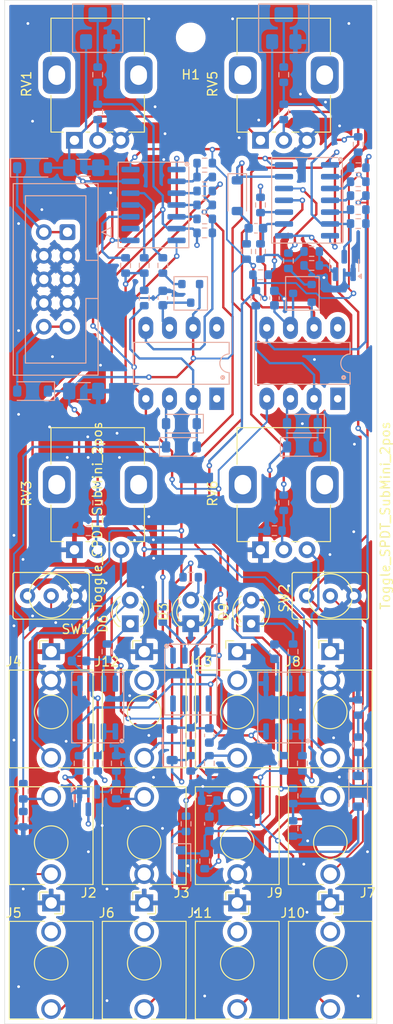
<source format=kicad_pcb>
(kicad_pcb (version 20240108) (generator "pcbnew") (generator_version "8.0")
  (layers (0 "F.Cu" signal) (31 "B.Cu" signal) (34 "B.Paste" user) (35 "F.Paste" user) (36 "B.SilkS" user "B.Silkscreen") (37 "F.SilkS" user "F.Silkscreen") (38 "B.Mask" user) (39 "F.Mask" user) (44 "Edge.Cuts" user))
  (net 0 "")
  (net 1 "GND")
  (net 2 "+12V")
  (net 3 "-12V")
  (net 4 "Net-(Q2-G)")
  (net 5 "Net-(C4-Pad2)")
  (net 6 "Net-(D6-AK)")
  (net 7 "Net-(Q4-G)")
  (net 8 "Net-(D9-AK)")
  (net 9 "Net-(C6-Pad2)")
  (net 10 "Net-(D10-A)")
  (net 11 "Net-(U3-+)")
  (net 12 "Net-(C8-Pad2)")
  (net 13 "Net-(D11-A)")
  (net 14 "Net-(D12-K)")
  (net 15 "Net-(C9-Pad1)")
  (net 16 "Net-(D1-A)")
  (net 17 "Net-(D2-K)")
  (net 18 "Net-(D10-K)")
  (net 19 "Net-(D4-K)")
  (net 20 "Net-(D4-A)")
  (net 21 "Net-(D6-KA)")
  (net 22 "Net-(D7-A)")
  (net 23 "Net-(D7-K)")
  (net 24 "Net-(D9-KA)")
  (net 25 "Net-(D11-K)")
  (net 26 "Net-(D12-A)")
  (net 27 "Net-(D13-K)")
  (net 28 "Net-(J2-PadT)")
  (net 29 "Net-(J3-PadT)")
  (net 30 "Net-(J4-PadT)")
  (net 31 "Net-(J5-PadT)")
  (net 32 "/SMOOTH_NORM")
  (net 33 "Net-(J7-PadT)")
  (net 34 "Net-(J8-PadT)")
  (net 35 "Net-(J10-PadT)")
  (net 37 "Net-(J12-PadT)")
  (net 38 "Net-(J13-PadT)")
  (net 39 "Net-(Q1-E)")
  (net 40 "Net-(Q1-C)")
  (net 41 "Net-(Q2-D)")
  (net 42 "Net-(Q4-D)")
  (net 43 "Net-(U1D-+)")
  (net 44 "Net-(U1D--)")
  (net 45 "Net-(R6-Pad1)")
  (net 46 "Net-(R7-Pad1)")
  (net 47 "Net-(R10-Pad1)")
  (net 48 "Net-(U1A-+)")
  (net 49 "Net-(R12-Pad1)")
  (net 50 "Net-(U2-BIAS)")
  (net 51 "Net-(R14-Pad2)")
  (net 52 "Net-(U4A-+)")
  (net 53 "Net-(U4A--)")
  (net 54 "Net-(U1B--)")
  (net 55 "Net-(U1B-+)")
  (net 56 "Net-(R21-Pad1)")
  (net 57 "Net-(R23-Pad1)")
  (net 58 "/SAMPLE")
  (net 59 "Net-(R26-Pad1)")
  (net 60 "Net-(U5A-+)")
  (net 61 "Net-(U6-BIAS)")
  (net 62 "Net-(R31-Pad2)")
  (net 63 "Net-(R32-Pad1)")
  (net 64 "Net-(U5D-+)")
  (net 65 "Net-(U5D--)")
  (net 66 "Net-(R35-Pad1)")
  (net 67 "Net-(U7A-+)")
  (net 68 "Net-(U5B--)")
  (net 69 "Net-(U5B-+)")
  (net 70 "Net-(U7A--)")
  (net 71 "Net-(R41-Pad1)")
  (net 72 "Net-(U3--)")
  (net 73 "Net-(U5C--)")
  (net 82 "Net-(Q5-E)")
  (net 83 "Net-(Q5-C)")
  (net 84 "Net-(D3-A)")
  (net 85 "/SMOOTH_CYCLE")
  (net 87 "/STEPPED_NORM")
  (net 90 "/STEPPED_CYCLE")
  (footprint "Library:Jack_3.5mm_QingPu_WQP-PJ398SM_Vertical_CircularHoles_3D" (layer "F.Cu") (at 135 117 180)
    (property "Reference" "J2")
    (property "Value" "IN")
  )
  (footprint "Library:Potentiometer_Alps_RK09K_Single_Vertical_DSHAFT" (layer "F.Cu") (at 137.5 35.05 90)
    (property "Reference" "RV1")
    (property "Value" "B50k")
  )
  (footprint "Library:Jack_3.5mm_QingPu_WQP-PJ398SM_Vertical_CircularHoles_3D" (layer "F.Cu") (at 135 117)
    (property "Reference" "J5")
    (property "Value" "SMOOTH")
  )
  (footprint "Library:Jack_3.5mm_QingPu_WQP-PJ398SM_Vertical_CircularHoles_3D" (layer "F.Cu") (at 165 117 180)
    (property "Reference" "J7")
    (property "Value" "IN")
  )
  (footprint "Library:Jack_3.5mm_QingPu_WQP-PJ398SM_Vertical_CircularHoles_3D" (layer "F.Cu") (at 145 117)
    (property "Reference" "J6")
    (property "Value" "CYCLE")
  )
  (footprint "PCM_4ms_Switch:Switch_Toggle_SPDT_SubMini" (layer "F.Cu") (at 165 84 90)
    (property "Reference" "SW2")
    (property "Value" "Toggle_SPDT_SubMini_2pos")
  )
  (footprint "Library:Jack_3.5mm_QingPu_WQP-PJ398SM_Vertical_CircularHoles_3D" (layer "F.Cu") (at 155 117 180)
    (property "Reference" "J9")
    (property "Value" "SAMPLE")
  )
  (footprint "Library:Jack_3.5mm_QingPu_WQP-PJ398SM_Vertical_CircularHoles_3D" (layer "F.Cu") (at 145 117 180)
    (property "Reference" "J3")
    (property "Value" "HOLD")
  )
  (footprint "Library:Jack_3.5mm_QingPu_WQP-PJ398SM_Vertical_CircularHoles_3D" (layer "F.Cu") (at 165 117)
    (property "Reference" "J10")
    (property "Value" "STEPPED")
  )
  (footprint "LED_THT:LED_D3.0mm" (layer "F.Cu") (at 143.5 87 90)
    (property "Reference" "D6")
    (property "Value" "LED_Dual_Bidirectional")
  )
  (footprint "Library:Potentiometer_Alps_RK09K_Single_Vertical_DSHAFT" (layer "F.Cu") (at 157.5 79.05 90)
    (property "Reference" "RV6")
    (property "Value" "B50k")
  )
  (footprint "LED_THT:LED_D3.0mm" (layer "F.Cu") (at 150 87 90)
    (property "Reference" "D3")
    (property "Value" "LED")
  )
  (footprint "Library:Potentiometer_Alps_RK09K_Single_Vertical_DSHAFT" (layer "F.Cu") (at 157.5 35.05 90)
    (property "Reference" "RV5")
    (property "Value" "B50k")
  )
  (footprint "MountingHole:MountingHole_2.7mm_M2.5" (layer "F.Cu") (at 150 24)
    (property "Reference" "H1")
    (property "Value" "MountingHole")
  )
  (footprint "Library:Jack_3.5mm_QingPu_WQP-PJ398SM_Vertical_CircularHoles_3D" (layer "F.Cu") (at 155 117)
    (property "Reference" "J11")
    (property "Value" "CYCLE")
  )
  (footprint "Library:Jack_3.5mm_QingPu_WQP-PJ398SM_Vertical_CircularHoles_3D" (layer "F.Cu") (at 145 90)
    (property "Reference" "J12")
    (property "Value" "H")
  )
  (footprint "Library:Jack_3.5mm_QingPu_WQP-PJ398SM_Vertical_CircularHoles_3D" (layer "F.Cu") (at 165 90)
    (property "Reference" "J8")
    (property "Value" "VC")
  )
  (footprint "PCM_4ms_Switch:Switch_Toggle_SPDT_SubMini" (layer "F.Cu") (at 135 84 90)
    (property "Reference" "SW1")
    (property "Value" "Toggle_SPDT_SubMini_2pos")
  )
  (footprint "Library:Jack_3.5mm_QingPu_WQP-PJ398SM_Vertical_CircularHoles_3D" (layer "F.Cu") (at 155 90)
    (property "Reference" "J13")
    (property "Value" "G")
  )
  (footprint "Library:Potentiometer_Alps_RK09K_Single_Vertical_DSHAFT" (layer "F.Cu") (at 137.5 79.05 90)
    (property "Reference" "RV3")
    (property "Value" "B50k")
  )
  (footprint "LED_THT:LED_D3.0mm" (layer "F.Cu") (at 156.5 87 90)
    (property "Reference" "D9")
    (property "Value" "LED_Dual_Bidirectional")
  )
  (footprint "Library:Jack_3.5mm_QingPu_WQP-PJ398SM_Vertical_CircularHoles_3D" (layer "F.Cu") (at 135 90)
    (property "Reference" "J4")
    (property "Value" "VC")
  )
  (footprint "Package_TO_SOT_SMD:SOT-23" (layer "B.Cu") (at 139 106 -90)
    (property "Reference" "Q5" (hide yes))
    (property "Value" "MMBT5087")
  )
  (footprint "Diode_SMD:D_SOD-123" (layer "B.Cu") (at 148 100 90)
    (property "Reference" "D10" (hide yes))
    (property "Value" "1N4148W")
  )
  (footprint "Capacitor_SMD:C_0603_1608Metric" (layer "B.Cu") (at 147 52 90)
    (property "Reference" "C3" (hide yes))
    (property "Value" "100n")
  )
  (footprint "PCM_Package_DIP_AKL:DIP-8_W7.62mm_LongPads" (layer "B.Cu") (at 152.8 62.825 90)
    (property "Reference" "U2" (hide yes))
    (property "Value" "CA3080" (hide yes))
  )
  (footprint "Resistor_SMD:R_0603_1608Metric" (layer "B.Cu") (at 151.5 42)
    (property "Reference" "R21" (hide yes))
    (property "Value" "3k3")
  )
  (footprint "Resistor_SMD:R_0603_1608Metric" (layer "B.Cu") (at 160.5 48 90)
    (property "Reference" "R33" (hide yes))
    (property "Value" "1M")
  )
  (footprint "Resistor_SMD:R_0603_1608Metric" (layer "B.Cu") (at 145 48.5 -90)
    (property "Reference" "R5" (hide yes))
    (property "Value" "1M")
  )
  (footprint "Resistor_SMD:R_0603_1608Metric" (layer "B.Cu") (at 160 32 90)
    (property "Reference" "R23" (hide yes))
    (property "Value" "2M7")
  )
  (footprint "PCM_Package_TO_SOT_SMD_AKL:SOT-23" (layer "B.Cu") (at 162 51.5 180)
    (property "Reference" "Q4" (hide yes))
    (property "Value" "MMBFJ201" (hide yes))
  )
  (footprint "Capacitor_SMD:C_0603_1608Metric" (layer "B.Cu") (at 138 91)
    (property "Reference" "C4" (hide yes))
    (property "Value" "47p")
  )
  (footprint "Resistor_SMD:R_0603_1608Metric" (layer "B.Cu") (at 132 105 90)
    (property "Reference" "R2" (hide yes))
    (property "Value" "33k")
  )
  (footprint "Package_TO_SOT_SMD:SOT-23" (layer "B.Cu") (at 166.5 48.5 90)
    (property "Reference" "Q1" (hide yes))
    (property "Value" "MMBT5087")
  )
  (footprint "Resistor_SMD:R_0603_1608Metric" (layer "B.Cu") (at 151.5 40.5 180)
    (property "Reference" "R18" (hide yes))
    (property "Value" "470k")
  )
  (footprint "Resistor_SMD:R_0603_1608Metric" (layer "B.Cu") (at 168 35.5 90)
    (property "Reference" "R38" (hide yes))
    (property "Value" "1M")
  )
  (footprint "Resistor_SMD:R_0603_1608Metric" (layer "B.Cu") (at 168 42.5)
    (property "Reference" "R32" (hide yes))
    (property "Value" "15k")
  )
  (footprint "Resistor_SMD:R_0603_1608Metric" (layer "B.Cu") (at 151.5 45)
    (property "Reference" "R13" (hide yes))
    (property "Value" "82k")
  )
  (footprint "Resistor_SMD:R_0603_1608Metric" (layer "B.Cu") (at 140 32 90)
    (property "Reference" "R7" (hide yes))
    (property "Value" "2M7")
  )
  (footprint "Resistor_SMD:R_0603_1608Metric" (layer "B.Cu") (at 151.5 112.5 90)
    (property "Reference" "R53" (hide yes))
    (property "Value" "33k")
  )
  (footprint "Resistor_SMD:R_0603_1608Metric" (layer "B.Cu") (at 140 102 -90)
    (property "Reference" "R16" (hide yes))
    (property "Value" "1k")
  )
  (footprint "Resistor_SMD:R_0603_1608Metric" (layer "B.Cu") (at 168 38)
    (property "Reference" "R40" (hide yes))
    (property "Value" "2M2")
  )
  (footprint "Resistor_SMD:R_0603_1608Metric" (layer "B.Cu") (at 157.5 47 90)
    (property "Reference" "R49" (hide yes))
    (property "Value" "330")
  )
  (footprint "Diode_SMD:D_SOD-123" (layer "B.Cu") (at 149 113 -90)
    (property "Reference" "D12" (hide yes))
    (property "Value" "1N4148W")
  )
  (footprint "Resistor_SMD:R_0603_1608Metric" (layer "B.Cu") (at 168 44)
    (property "Reference" "R30" (hide yes))
    (property "Value" "82k")
  )
  (footprint "Resistor_SMD:R_0603_1608Metric" (layer "B.Cu") (at 160 102 90)
    (property "Reference" "R36" (hide yes))
    (property "Value" "10k")
  )
  (footprint "PCM_Package_SO_AKL:SO-8_3.9x4.9mm_P1.27mm" (layer "B.Cu") (at 150 93 -90)
    (property "Reference" "U3" (hide yes))
    (property "Value" "μA741CD" (hide yes))
  )
  (footprint "Resistor_SMD:R_0603_1608Metric" (layer "B.Cu") (at 150 99 -90)
    (property "Reference" "R45" (hide yes))
    (property "Value" "3k3")
  )
  (footprint "Resistor_SMD:R_0603_1608Metric" (layer "B.Cu") (at 150 102 90)
    (property "Reference" "R46" (hide yes))
    (property "Value" "3k3")
  )
  (footprint "Resistor_SMD:R_0603_1608Metric" (layer "B.Cu") (at 162 102 -90)
    (property "Reference" "R39" (hide yes))
    (property "Value" "1k")
  )
  (footprint "Resistor_SMD:R_0603_1608Metric" (layer "B.Cu") (at 141 90 90)
    (property "Reference" "R17" (hide yes))
    (property "Value" "100R")
  )
  (footprint "PCM_Package_SO_AKL:SO-8_3.9x4.9mm_P1.27mm" (layer "B.Cu") (at 160 96 90)
    (property "Reference" "U7" (hide yes))
    (property "Value" "TL072CD" (hide yes))
  )
  (footprint "Capacitor_SMD:C_0603_1608Metric" (layer "B.Cu") (at 157 44.5)
    (property "Reference" "C8" (hide yes))
    (property "Value" "2n2")
  )
  (footprint "Capacitor_SMD:C_0603_1608Metric" (layer "B.Cu") (at 159 90 90)
    (property "Reference" "C6" (hide yes))
    (property "Value" "47p")
  )
  (footprint "Resistor_SMD:R_0603_1608Metric" (layer "B.Cu") (at 161 109 -90)
    (property "Reference" "R22" (hide yes))
    (property "Value" "33k")
  )
  (footprint "Resistor_SMD:R_0603_1608Metric" (layer "B.Cu") (at 168 41)
    (property "Reference" "R41" (hide yes))
    (property "Value" "3k3")
  )
  (footprint "Diode_SMD:D_SOD-123" (layer "B.Cu") (at 168 105 -90)
    (property "Reference" "D13" (hide yes))
    (property "Value" "1N4148W")
  )
  (footprint "Resistor_SMD:R_0603_1608Metric" (layer "B.Cu") (at 138 102 90)
    (property "Reference" "R15" (hide yes))
    (property "Value" "10k")
  )
  (footprint "Resistor_SMD:R_0603_1608Metric" (layer "B.Cu") (at 149.5 108.5 90)
    (property "Reference" "R50" (hide yes))
    (property "Value" "680k")
  )
  (footprint "PCM_Package_SO_AKL:SOIC-14_3.9x8.7mm_P1.27mm" (layer "B.Cu") (at 162.5 41.5 180)
    (property "Reference" "U5" (hide yes))
    (property "Value" "LM3900D" (hide yes))
  )
  (footprint "PCM_Package_TO_SOT_SMD_AKL:SOT-23" (layer "B.Cu") (at 150 51.5 -90)
    (property "Reference" "Q2" (hide yes))
    (property "Value" "MMBFJ201" (hide yes))
  )
  (footprint "Resistor_SMD:R_0603_1608Metric" (layer "B.Cu") (at 168 100 90)
    (property "Reference" "R52" (hide yes))
    (property "Value" "100k")
  )
  (footprint "Resistor_SMD:R_0603_1608Metric" (layer "B.Cu") (at 157 52 90)
    (property "Reference" "R29" (hide yes))
    (property "Value" "33k")
  )
  (footprint "Resistor_SMD:R_0603_1608Metric" (layer "B.Cu") (at 156 47 -90)
    (property "Reference" "R48" (hide yes))
    (property "Value" "1M5")
  )
  (footprint "Capacitor_SMD:C_1206_3216Metric_Pad1.33x1.80mm_HandSolder" (layer "B.Cu") (at 138.5 62)
    (property "Reference" "C1" (hide yes))
    (property "Value" "22uF")
  )
  (footprint "Resistor_SMD:R_0603_1608Metric" (layer "B.Cu") (at 159 77 180)
    (property "Reference" "R26" (hide yes))
    (property "Value" "100k")
  )
  (footprint "Diode_SMD:D_SOD-123" (layer "B.Cu") (at 162 65.5 180)
    (property "Reference" "D7" (hide yes))
    (property "Value" "1N4148W")
  )
  (footprint "Resistor_SMD:R_0603_1608Metric" (layer "B.Cu") (at 160 28 90)
    (property "Reference" "R31" (hide yes))
    (property "Value" "1M5")
  )
  (footprint "Resistor_SMD:R_0603_1608Metric" (layer "B.Cu") (at 152 102 90)
    (property "Reference" "R47" (hide yes))
    (property "Value" "3k3")
  )
  (footprint "Capacitor_SMD:C_1206_3216Metric_Pad1.33x1.80mm_HandSolder" (layer "B.Cu") (at 138.5 38 180)
    (property "Reference" "C2" (hide yes))
    (property "Value" "22uF")
  )
  (footprint "Resistor_SMD:R_0603_1608Metric" (layer "B.Cu") (at 147 86 -90)
    (property "Reference" "R43" (hide yes))
    (property "Value" "10k")
  )
  (footprint "Diode_SMD:D_SOD-123" (layer "B.Cu") (at 133 38)
    (property "Reference" "D2" (hide yes))
    (property "Value" "B5819")
  )
  (footprint "Capacitor_SMD:C_0603_1608Metric" (layer "B.Cu") (at 152 108.5 -90)
    (property "Reference" "C9" (hide yes))
    (property "Value" "2n2")
  )
  (footprint "Resistor_SMD:R_0603_1608Metric" (layer "B.Cu") (at 168 39.5 180)
    (property "Reference" "R37" (hide yes))
    (property "Value" "470k")
  )
  (footprint "Resistor_SMD:R_0603_1608Metric" (layer "B.Cu") (at 147 48.5 90)
    (property "Reference" "R4" (hide yes))
    (property "Value" "820k")
  )
  (footprint "Resistor_SMD:R_0603_1608Metric" (layer "B.Cu") (at 140 28 90)
    (property "Reference" "R14" (hide yes))
    (property "Value" "1M5")
  )
  (footprint "Resistor_SMD:R_0603_1608Metric" (layer "B.Cu") (at 161 105.5 90)
    (property "Reference" "R25" (hide yes))
    (property "Value" "33k")
  )
  (footprint "Resistor_SMD:R_0603_1608Metric" (layer "B.Cu") (at 163 48.5 180)
    (property "Reference" "R27" (hide yes))
    (property "Value" "15k")
  )
  (footprint "Capacitor_SMD:C_0603_1608Metric" (layer "B.Cu") (at 159 52 90)
    (property "Reference" "C5" (hide yes))
    (property "Value" "220n")
  )
  (footprint "PCM_Package_SO_AKL:SO-8_3.9x4.9mm_P1.27mm" (layer "B.Cu") (at 140 96 90)
    (property "Reference" "U4" (hide yes))
    (property "Value" "TL072CD" (hide yes))
  )
  (footprint "Resistor_SMD:R_0603_1608Metric" (layer "B.Cu") (at 157.5 42 90)
    (property "Reference" "R35" (hide yes))
    (property "Value" "330")
  )
  (footprint "Resistor_SMD:R_0603_1608Metric" (layer "B.Cu") (at 139 77 180)
    (property "Reference" "R11" (hide yes))
    (property "Value" "100k")
  )
  (footprint "Resistor_SMD:R_0603_1608Metric" (layer "B.Cu") (at 163 47)
    (property "Reference" "R24" (hide yes))
    (property "Value" "33k")
  )
  (footprint "Resistor_SMD:R_0603_1608Metric" (layer "B.Cu") (at 157.5 49.5 180)
    (property "Reference" "R34" (hide yes))
    (property "Value" "820k")
  )
  (footprint "PCM_Package_DIP_AKL:DIP-8_W7.62mm_LongPads" (layer "B.Cu") (at 165.8 62.825 90)
    (property "Reference" "U6" (hide yes))
    (property "Value" "CA3080" (hide yes))
  )
  (footprint "Resistor_SMD:R_0603_1608Metric" (layer "B.Cu") (at 150 82)
    (property "Reference" "R55" (hide yes))
    (property "Value" "1k")
  )
  (footprint "PCM_Package_SO_AKL:SOIC-14_3.9x8.7mm_P1.27mm" (layer "B.Cu") (at 146 42 180)
    (property "Reference" "U1" (hide yes))
    (property "Value" "LM3900D" (hide yes))
  )
  (footprint "PCM_Potentiometer_SMD_AKL:Potentiometer_Bourns_3224W_Vertical" (layer "B.Cu") (at 140 23)
    (property "Reference" "RV4" (hide yes))
    (property "Value" "3224W-1-503E" (hide yes))
  )
  (footprint "Resistor_SMD:R_0603_1608Metric" (layer "B.Cu") (at 143 48.5 -90)
    (property "Reference" "R6" (hide yes))
    (property "Value" "330")
  )
  (footprint "Resistor_SMD:R_0603_1608Metric" (layer "B.Cu") (at 168 96 -90)
    (property "Reference" "R51" (hide yes))
    (property "Value" "4M7")
  )
  (footprint "Diode_SMD:D_SOD-123" (layer "B.Cu") (at 162 68)
    (property "Reference" "D8" (hide yes))
    (property "Value" "1N4148W")
  )
  (footprint "Resistor_SMD:R_0603_1608Metric" (layer "B.Cu") (at 152 106)
    (property "Reference" "R54" (hide yes))
    (property "Value" "100k")
  )
  (footprint "Diode_SMD:D_SOD-123" (layer "B.Cu") (at 149 65.5 180)
    (property "Reference" "D4" (hide yes))
    (property "Value" "1N4148W")
  )
  (footprint "Resistor_SMD:R_0603_1608Metric" (layer "B.Cu") (at 151.5 39)
    (property "Reference" "R20" (hide yes))
    (property "Value" "2M2")
  )
  (footprint "Resistor_SMD:R_0603_1608Metric" (layer "B.Cu") (at 142 102 90)
    (property "Reference" "R9" (hide yes))
    (property "Value" "15k")
  )
  (footprint "Capacitor_SMD:C_0603_1608Metric" (layer "B.Cu") (at 152 99 -90)
    (property "Reference" "C7" (hide yes))
    (property "Value" "100p")
  )
  (footprint "Diode_SMD:D_SOD-123" (layer "B.Cu") (at 133 62 180)
    (property "Reference" "D1" (hide yes))
    (property "Value" "B5819")
  )
  (footprint "Connector_IDC:IDC-Header_2x05_P2.54mm_Vertical" (layer "B.Cu") (at 136.7525 44.92 180)
    (property "Reference" "J1" (hide yes))
    (property "Value" "Eurorack Power")
  )
  (footprint "Resistor_SMD:R_0603_1608Metric" (layer "B.Cu") (at 132 108 -90)
    (property "Reference" "R1" (hide yes))
    (property "Value" "33k")
  )
  (footprint "Resistor_SMD:R_0603_1608Metric" (layer "B.Cu") (at 145 52 90)
    (property "Reference" "R3" (hide yes))
    (property "Value" "33k")
  )
  (footprint "Resistor_SMD:R_0603_1608Metric" (layer "B.Cu") (at 151.5 37.5)
    (property "Reference" "R19" (hide yes))
    (property "Value" "1M")
  )
  (footprint "Resistor_SMD:R_0603_1608Metric" (layer "B.Cu") (at 151.5 43.5)
    (property "Reference" "R12" (hide yes))
    (property "Value" "15k")
  )
  (footprint "Diode_SMD:D_SOD-123" (layer "B.Cu") (at 155 41 -90)
    (property "Reference" "D11" (hide yes))
    (property "Value" "1N4148W")
  )
  (footprint "Diode_SMD:D_SOD-123" (layer "B.Cu") (at 149 68)
    (property "Reference" "D5" (hide yes))
    (property "Value" "1N4148W")
  )
  (footprint "PCM_Potentiometer_SMD_AKL:Potentiometer_Bourns_3224W_Vertical" (layer "B.Cu") (at 160 23)
    (property "Reference" "RV7" (hide yes))
    (property "Value" "3224W-1-503E" (hide yes))
  )
  (footprint "Resistor_SMD:R_0603_1608Metric" (layer "B.Cu") (at 160 74 90)
    (property "Reference" "R28" (hide yes))
    (property "Value" "2M7")
  )
  (footprint "Resistor_SMD:R_0603_1608Metric" (layer "B.Cu") (at 153 86 -90)
    (property "Reference" "R44" (hide yes))
    (property "Value" "10k")
  )
  (footprint "Resistor_SMD:R_0603_1608Metric" (layer "B.Cu") (at 140 74 90)
    (property "Reference" "R10" (hide yes))
    (property "Value" "2M7")
  )
  (footprint "Resistor_SMD:R_0603_1608Metric" (layer "B.Cu") (at 142 105 90)
    (property "Reference" "R8" (hide yes))
    (property "Value" "33k")
  )
  (footprint "Resistor_SMD:R_0603_1608Metric" (layer "B.Cu") (at 161 90 90)
    (property "Reference" "R42" (hide yes))
    (property "Value" "100R")
  )
  (gr_rect (start 130 20) (end 170 130) (stroke (width 0.05)) (fill none) (layer "Edge.Cuts"))
  (via (at 140.303126 59.217483) (size 0.6) (drill 0.3) (layers "F.Cu" "B.Cu") (net 1))
  (via (at 141 127.5) (size 0.6) (drill 0.3) (layers "F.Cu" "B.Cu") (net 1))
  (via (at 167.522222 77.112209) (size 0.6) (drill 0.3) (layers "F.Cu" "B.Cu") (net 1))
  (via (at 147.102089 37.119741) (size 0.6) (drill 0.3) (layers "F.Cu" "B.Cu") (net 1))
  (via (at 131.5 44) (size 0.6) (drill 0.3) (layers "F.Cu" "B.Cu") (net 1))
  (via (at 149.692878 113.008283) (size 0.6) (drill 0.3) (layers "F.Cu" "B.Cu") (net 1))
  (via (at 136.609745 99.629988) (size 0.6) (drill 0.3) (layers "F.Cu" "B.Cu") (net 1))
  (via (at 140.248323 86.519093) (size 0.6) (drill 0.3) (layers "F.Cu" "B.Cu") (net 1))
  (via (at 133.002488 86.158512) (size 0.6) (drill 0.3) (layers "F.Cu" "B.Cu") (net 1))
  (via (at 140.481689 108.686628) (size 0.6) (drill 0.3) (layers "F.Cu" "B.Cu") (net 1))
  (via (at 145.984606 77.98) (size 0.6) (drill 0.3) (layers "F.Cu" "B.Cu") (net 1))
  (via (at 131 99.5) (size 0.6) (drill 0.3) (layers "F.Cu" "B.Cu") (net 1))
  (via (at 138.93415 66.914415) (size 0.6) (drill 0.3) (layers "F.Cu" "B.Cu") (net 1))
  (via (at 131 77.5) (size 0.6) (drill 0.3) (layers "F.Cu" "B.Cu") (net 1))
  (via (at 131.000815 87.220135) (size 0.6) (drill 0.3) (layers "F.Cu" "B.Cu") (net 1))
  (via (at 165.356619 99.25897) (size 0.6) (drill 0.3) (layers "F.Cu" "B.Cu") (net 1))
  (via (at 155.201076 34.775751) (size 0.6) (drill 0.3) (layers "F.Cu" "B.Cu") (net 1))
  (via (at 142.339872 69.13123) (size 0.6) (drill 0.3) (layers "F.Cu" "B.Cu") (net 1))
  (via (at 145.5 22) (size 0.6) (drill 0.3) (layers "F.Cu" "B.Cu") (net 1))
  (via (at 131.5 126) (size 0.6) (drill 0.3) (layers "F.Cu" "B.Cu") (net 1))
  (via (at 135.489929 86.877034) (size 0.6) (drill 0.3) (layers "F.Cu" "B.Cu") (net 1))
  (via (at 136.729719 69.13123) (size 0.6) (drill 0.3) (layers "F.Cu" "B.Cu") (net 1))
  (via (at 132.5 22.5) (size 0.6) (drill 0.3) (layers "F.Cu" "B.Cu") (net 1))
  (via (at 146.014698 79.961427) (size 0.6) (drill 0.3) (layers "F.Cu" "B.Cu") (net 1))
  (via (at 164.486849 30.944829) (size 0.6) (drill 0.3) (layers "F.Cu" "B.Cu") (net 1))
  (via (at 162 65.5) (size 0.6) (drill 0.3) (layers "F.Cu" "B.Cu") (net 1))
  (via (at 139 111.5) (size 0.6) (drill 0.3) (layers "F.Cu" "B.Cu") (net 1))
  (via (at 161.802284 96.237166) (size 0.6) (drill 0.3) (layers "F.Cu" "B.Cu") (net 1))
  (via (at 146.965935 108.989015) (size 0.6) (drill 0.3) (layers "F.Cu" "B.Cu") (net 1))
  (via (at 146.169988 31.446461) (size 0.6) (drill 0.3) (layers "F.Cu" "B.Cu") (net 1))
  (via (at 143.231036 106.828962) (size 0.6) (drill 0.3) (layers "F.Cu" "B.Cu") (net 1))
  (via (at 134 42.5) (size 0.6) (drill 0.3) (layers "F.Cu" "B.Cu") (net 1))
  (via (at 164.316424 49.803153) (size 0.6) (drill 0.3) (layers "F.Cu" "B.Cu") (net 1))
  (via (at 162.154842 112.838141) (size 0.6) (drill 0.3) (layers "F.Cu" "B.Cu") (net 1))
  (via (at 132 115.5) (size 0.6) (drill 0.3) (layers "F.Cu" "B.Cu") (net 1))
  (via (at 142.079799 66.530497) (size 0.6) (drill 0.3) (layers "F.Cu" "B.Cu") (net 1))
  (via (at 131.5 64.5) (size 0.6) (drill 0.3) (layers "F.Cu" "B.Cu") (net 1))
  (via (at 138.971303 69.13123) (size 0.6) (drill 0.3) (layers "F.Cu" "B.Cu") (net 1))
  (via (at 135.138813 58.301034) (size 0.6) (drill 0.3) (layers "F.Cu" "B.Cu") (net 1))
  (via (at 145.5 99) (size 0.6) (drill 0.3) (layers "F.Cu" "B.Cu") (net 1))
  (via (at 146 103.5) (size 0.6) (drill 0.3) (layers "F.Cu" "B.Cu") (net 1))
  (via (at 169 111.5) (size 0.6) (drill 0.3) (layers "F.Cu" "B.Cu") (net 1))
  (via (at 154.5 22) (size 0.6) (drill 0.3) (layers "F.Cu" "B.Cu") (net 1))
  (via (at 145.5 75.5) (size 0.6) (drill 0.3) (layers "F.Cu" "B.Cu") (net 1))
  (via (at 160.517477 82.922651) (size 0.6) (drill 0.3) (layers "F.Cu" "B.Cu") (net 1))
  (via (at 164.964685 79.567602) (size 0.6) (drill 0.3) (layers "F.Cu" "B.Cu") (net 1))
  (via (at 144.85056 83.057538) (size 0.6) (drill 0.3) (layers "F.Cu" "B.Cu") (net 1))
  (via (at 160.048338 52.070842) (size 0.6) (drill 0.3) (layers "F.Cu" "B.Cu") (net 1))
  (via (at 166 33.5) (size 0.6) (drill 0.3) (layers "F.Cu" "B.Cu") (net 1))
  (via (at 162.570119 110.330663) (size 0.6) (drill 0.3) (layers "F.Cu" "B.Cu") (net 1))
  (via (at 151.5 127) (size 0.6) (drill 0.3) (layers "F.Cu" "B.Cu") (net 1))
  (via (at 167.592937 67.707072) (size 0.6) (drill 0.3) (layers "F.Cu" "B.Cu") (net 1))
  (via (at 162.5 118) (size 0.6) (drill 0.3) (layers "F.Cu" "B.Cu") (net 1))
  (via (at 143.962671 78.021905) (size 0.6) (drill 0.3) (layers "F.Cu" "B.Cu") (net 1))
  (via (at 163.297447 58.607549) (size 0.6) (drill 0.3) (layers "F.Cu" "B.Cu") (net 1))
  (via (at 157.312623 32.874739) (size 0.6) (drill 0.3) (layers "F.Cu" "B.Cu") (net 1))
  (via (at 147.237878 34.342295) (size 0.6) (drill 0.3) (layers "F.Cu" "B.Cu") (net 1))
  (via (at 161.789868 30.090365) (size 0.6) (drill 0.3) (layers "F.Cu" "B.Cu") (net 1))
  (via (at 141.389861 40.696547) (size 0.6) (drill 0.3) (layers "F.Cu" "B.Cu") (net 1))
  (via (at 141 115.5) (size 0.6) (drill 0.3) (layers "F.Cu" "B.Cu") (net 1))
  (via (at 131.5 55.5) (size 0.6) (drill 0.3) (layers "F.Cu" "B.Cu") (net 1))
  (via (at 165.975841 103.469681) (size 0.6) (drill 0.3) (layers "F.Cu" "B.Cu") (net 1))
  (via (at 140.912307 82.624082) (size 0.6) (drill 0.3) (layers "F.Cu" "B.Cu") (net 1))
  (via (at 150.5 118) (size 0.6) (drill 0.3) (layers "F.Cu" "B.Cu") (net 1))
  (via (at 134.828707 65.849353) (size 0.6) (drill 0.3) (layers "F.Cu" "B.Cu") (net 1))
  (via (at 151.297695 104.48469) (size 0.6) (drill 0.3) (layers "F.Cu" "B.Cu") (net 1))
  (via (at 131.975115 80.085745) (size 0.6) (drill 0.3) (layers "F.Cu" "B.Cu") (net 1))
  (via (at 167 22.5) (size 0.6) (drill 0.3) (layers "F.Cu" "B.Cu") (net 1))
  (via (at 168 127) (size 0.6) (drill 0.3) (layers "F.Cu" "B.Cu") (net 1))
  (via (at 133 33) (size 0.6) (drill 0.3) (layers "F.Cu" "B.Cu") (net 1))
  (via (at 156.5 107.5) (size 0.6) (drill 0.3) (layers "F.Cu" "B.Cu") (net 1))
  (via (at 143.438854 94.732401) (size 0.6) (drill 0.3) (layers "F.Cu" "B.Cu") (net 1))
  (segment (start 147 51.225) (end 146.225 52) (width 0.2) (layer "B.Cu") (net 1))
  (segment (start 159 51.225) (end 159.202496 51.225) (width 0.2) (layer "B.Cu") (net 1))
  (segment (start 162.175 48.5) (end 163.478153 49.803153) (width 0.2) (layer "B.Cu") (net 1))
  (segment (start 163.478153 49.803153) (end 164.316424 49.803153) (width 0.2) (layer "B.Cu") (net 1))
  (segment (start 159.202496 51.225) (end 160.048338 52.070842) (width 0.2) (layer "B.Cu") (net 1))
  (segment (start 146.225 52) (end 144 52) (width 0.2) (layer "B.Cu") (net 1))
  (segment (start 138 64.5) (end 138 75) (width 0.254) (layer "F.Cu") (net 2))
  (segment (start 162.722327 53) (end 157.702499 53) (width 0.254) (layer "F.Cu") (net 2))
  (segment (start 137.5 64) (end 138 64.5) (width 0.254) (layer "F.Cu") (net 2))
  (segment (start 145 80.5) (end 141.5 84) (width 0.254) (layer "F.Cu") (net 2))
  (segment (start 143.991487 36.867601) (end 144.859088 36) (width 0.254) (layer "F.Cu") (net 2))
  (segment (start 143.5 76) (end 145 77.5) (width 0.254) (layer "F.Cu") (net 2))
  (segment (start 144.859088 36) (end 155.456728 36) (width 0.254) (layer "F.Cu") (net 2))
  (segment (start 165.5 35) (end 166.5 35) (width 0.254) (layer "F.Cu") (net 2))
  (segment (start 163.26 55.205) (end 163.26 53.537673) (width 0.254) (layer "F.Cu") (net 2))
  (segment (start 148.5 60.5) (end 150.26 58.74) (width 0.254) (layer "F.Cu") (net 2))
  (segment (start 143.291931 97.18213) (end 142.5 96.390199) (width 0.254) (layer "F.Cu") (net 2))
  (segment (start 142.5 96.390199) (end 142.5 91.5) (width 0.254) (layer "F.Cu") (net 2))
  (segment (start 145 77.5) (end 145 80.5) (width 0.254) (layer "F.Cu") (net 2))
  (segment (start 155.456728 36) (end 156.429597 36.972869) (width 0.254) (layer "F.Cu") (net 2))
  (segment (start 150.26 58.74) (end 150.26 55.205) (width 0.254) (layer "F.Cu") (net 2))
  (segment (start 157.702499 53) (end 156.729524 52.027025) (width 0.254) (layer "F.Cu") (net 2))
  (segment (start 163.527131 36.972869) (end 165.5 35) (width 0.254) (layer "F.Cu") (net 2))
  (segment (start 141.5 84) (end 141.5 90.5) (width 0.254) (layer "F.Cu") (net 2))
  (segment (start 138 75) (end 139 76) (width 0.254) (layer "F.Cu") (net 2))
  (segment (start 156.729524 52.027025) (end 156.729524 48.525) (width 0.254) (layer "F.Cu") (net 2))
  (segment (start 163.26 53.537673) (end 162.722327 53) (width 0.254) (layer "F.Cu") (net 2))
  (segment (start 145.5 60.5) (end 148.5 60.5) (width 0.254) (layer "F.Cu") (net 2))
  (segment (start 156.429597 36.972869) (end 163.527131 36.972869) (width 0.254) (layer "F.Cu") (net 2))
  (segment (start 141.5 90.5) (end 142.5 91.5) (width 0.254) (layer "F.Cu") (net 2))
  (segment (start 139 76) (end 143.5 76) (width 0.254) (layer "F.Cu") (net 2))
  (via (at 152.326218 36.044036) (size 0.6) (drill 0.3) (layers "F.Cu" "B.Cu") (net 2))
  (via (at 143.991487 36.867601) (size 0.6) (drill 0.3) (layers "F.Cu" "B.Cu") (net 2))
  (via (at 150.282656 58.46691) (size 0.6) (drill 0.3) (layers "F.Cu" "B.Cu") (net 2))
  (via (at 145.5 60.5) (size 0.6) (drill 0.3) (layers "F.Cu" "B.Cu") (net 2))
  (via (at 156.729524 48.525) (size 0.6) (drill 0.3) (layers "F.Cu" "B.Cu") (net 2))
  (via (at 145 79) (size 0.6) (drill 0.3) (layers "F.Cu" "B.Cu") (net 2))
  (via (at 143.291931 97.18213) (size 0.6) (drill 0.3) (layers "F.Cu" "B.Cu") (net 2))
  (via (at 158 37) (size 0.6) (drill 0.3) (layers "F.Cu" "B.Cu") (net 2))
  (via (at 142.5 91.5) (size 0.6) (drill 0.3) (layers "F.Cu" "B.Cu") (net 2))
  (via (at 166.5 35) (size 0.6) (drill 0.3) (layers "F.Cu" "B.Cu") (net 2))
  (via (at 137.5 64) (size 0.6) (drill 0.3) (layers "F.Cu" "B.Cu") (net 2))
  (segment (start 148.914469 97.194514) (end 143.304315 97.194514) (width 0.2) (layer "B.Cu") (net 2))
  (segment (start 156 47.825) (end 154.5 49.325) (width 0.2) (layer "B.Cu") (net 2))
  (segment (start 134.65 62) (end 136.9375 62) (width 0.254) (layer "B.Cu") (net 2))
  (segment (start 152.325 37.5) (end 152.325 36.045254) (width 0.2) (layer "B.Cu") (net 2))
  (segment (start 156.729524 48.525) (end 156.7 48.525) (width 0.254) (layer "B.Cu") (net 2))
  (segment (start 162.169909 86.169909) (end 158 82) (width 0.2) (layer "B.Cu") (net 2))
  (segment (start 156 47.825) (end 153.880197 45.705197) (width 0.2) (layer "B.Cu") (net 2))
  (segment (start 153.880197 39.055197) (end 152.325 37.5) (width 0.2) (layer "B.Cu") (net 2))
  (segment (start 161.905 93.425) (end 161.905 91.778317) (width 0.2) (layer "B.Cu") (net 2))
  (segment (start 153.880197 45.705197) (end 153.880197 39.055197) (width 0.2) (layer "B.Cu") (net 2))
  (segment (start 137.5 64) (end 136.9375 63.4375) (width 0.254) (layer "B.Cu") (net 2))
  (segment (start 166.825 34.675) (end 166.5 35) (width 0.2) (layer "B.Cu") (net 2))
  (segment (start 143.304315 97.194514) (end 143.291931 97.18213) (width 0.2) (layer "B.Cu") (net 2))
  (segment (start 168 34.675) (end 166.825 34.675) (width 0.2) (layer "B.Cu") (net 2))
  (segment (start 156.7 48.525) (end 156 47.825) (width 0.254) (layer "B.Cu") (net 2))
  (segment (start 138.4375 60.5) (end 136.9375 62) (width 0.254) (layer "B.Cu") (net 2))
  (segment (start 163 52.45) (end 163 54.945) (width 0.254) (layer "B.Cu") (net 2))
  (segment (start 154.5 49.325) (end 154.5 53.5) (width 0.2) (layer "B.Cu") (net 2))
  (segment (start 150.315746 58.5) (end 150.282656 58.46691) (width 0.2) (layer "B.Cu") (net 2))
  (segment (start 158 82) (end 155.5 82) (width 0.2) (layer "B.Cu") (net 2))
  (segment (start 150.95 50.5) (end 150.95 53.05) (width 0.254) (layer "B.Cu") (net 2))
  (segment (start 143.525 37.334088) (end 143.991487 36.867601) (width 0.2) (layer "B.Cu") (net 2))
  (segment (start 154.5 53.5) (end 154.5 58) (width 0.2) (layer "B.Cu") (net 2))
  (segment (start 161.905 91.778317) (end 162.169909 91.513408) (width 0.2) (layer "B.Cu") (net 2))
  (segment (start 149.365 96.743983) (end 148.914469 97.194514) (width 0.2) (layer "B.Cu") (net 2))
  (segment (start 158.69 37.69) (end 158 37) (width 0.2) (layer "B.Cu") (net 2))
  (segment (start 162.169909 91.513408) (end 162.169909 86.169909) (width 0.2) (layer "B.Cu") (net 2))
  (segment (start 149.365 95.575) (end 149.365 96.743983) (width 0.2) (layer "B.Cu") (net 2))
  (segment (start 143.525 38.19) (end 143.525 37.334088) (width 0.2) (layer "B.Cu") (net 2))
  (segment (start 154.5 58) (end 154 58.5) (width 0.2) (layer "B.Cu") (net 2))
  (segment (start 141.905 92.095) (end 142.5 91.5) (width 0.254) (layer "B.Cu") (net 2))
  (segment (start 154 58.5) (end 150.315746 58.5) (width 0.2) (layer "B.Cu") (net 2))
  (segment (start 152.5 79) (end 145 79) (width 0.2) (layer "B.Cu") (net 2))
  (segment (start 145.5 60.5) (end 138.4375 60.5) (width 0.254) (layer "B.Cu") (net 2))
  (segment (start 150.26 53.74) (end 150.26 55.205) (width 0.254) (layer "B.Cu") (net 2))
  (segment (start 160.025 37.69) (end 158.69 37.69) (width 0.2) (layer "B.Cu") (net 2))
  (segment (start 141.905 93.425) (end 141.905 92.095) (width 0.254) (layer "B.Cu") (net 2))
  (segment (start 136.9375 63.4375) (end 136.9375 62) (width 0.254) (layer "B.Cu") (net 2))
  (segment (start 150.95 53.05) (end 150.26 53.74) (width 0.254) (layer "B.Cu") (net 2))
  (segment (start 155 81.5) (end 152.5 79) (width 0.2) (layer "B.Cu") (net 2))
  (segment (start 155.5 82) (end 155 81.5) (width 0.2) (layer "B.Cu") (net 2))
  (segment (start 163 54.945) (end 163.26 55.205) (width 0.254) (layer "B.Cu") (net 2))
  (segment (start 152.325 36.045254) (end 152.326218 36.044036) (width 0.2) (layer "B.Cu") (net 2))
  (segment (start 158.5 105) (end 158.5 107.5) (width 0.2) (layer "F.Cu") (net 3))
  (segment (start 154.95 32.5) (end 140.05 32.5) (width 0.254) (layer "F.Cu") (net 3))
  (segment (start 152.137133 98.137133) (end 152.137133 93.502402) (width 0.254) (layer "F.Cu") (net 3))
  (segment (start 139.5 47.865789) (end 141.571376 45.794413) (width 0.254) (layer "F.Cu") (net 3))
  (segment (start 145.18 65.68) (end 148 68.5) (width 0.254) (layer "F.Cu") (net 3))
  (segment (start 141.571376 45.794413) (end 141.571376 42.633876) (width 0.254) (layer "F.Cu") (net 3))
  (segment (start 139.5 55) (end 139.5 47.865789) (width 0.254) (layer "F.Cu") (net 3))
  (segment (start 168 33) (end 167 32) (width 0.254) (layer "F.Cu") (net 3))
  (segment (start 157.385744 108.614256) (end 153.385744 108.614256) (width 0.2) (layer "F.Cu") (net 3))
  (segment (start 148 68.5) (end 148 71.5) (width 0.254) (layer "F.Cu") (net 3))
  (segment (start 153 99) (end 152.137133 98.137133) (width 0.254) (layer "F.Cu") (net 3))
  (segment (start 143.9 52.1) (end 143.9 61.545) (width 0.254) (layer "F.Cu") (net 3))
  (segment (start 143.9 61.545) (end 145.18 62.825) (width 0.254) (layer "F.Cu") (net 3))
  (segment (start 157.5 35.05) (end 154.95 32.5) (width 0.254) (layer "F.Cu") (net 3))
  (segment (start 154 86) (end 154 75) (width 0.254) (layer "F.Cu") (net 3))
  (segment (start 148.5 47.5) (end 143.9 52.1) (width 0.254) (layer "F.Cu") (net 3))
  (segment (start 168 35.5) (end 168 33) (width 0.254) (layer "F.Cu") (net 3))
  (segment (start 160.5 32.05) (end 157.5 35.05) (width 0.254) (layer "F.Cu") (net 3))
  (segment (start 153.385744 108.614256) (end 153 109) (width 0.2) (layer "F.Cu") (net 3))
  (segment (start 156.5 99) (end 158.5 101) (width 0.2) (layer "F.Cu") (net 3))
  (segment (start 141.571376 42.633876) (end 138.3975 39.46) (width 0.254) (layer "F.Cu") (net 3))
  (segment (start 153.044407 90.402355) (end 153.044407 86.955593) (width 0.254) (layer "F.Cu") (net 3))
  (segment (start 157.5 108.5) (end 157.385744 108.614256) (width 0.2) (layer "F.Cu") (net 3))
  (segment (start 160.5 32) (end 160.5 32.05) (width 0.254) (layer "F.Cu") (net 3))
  (segment (start 165.5 46.5) (end 165.5 38) (width 0.254) (layer "F.Cu") (net 3))
  (segment (start 145.18 62.825) (end 145.18 65.68) (width 0.254) (layer "F.Cu") (net 3))
  (segment (start 158.5 107.5) (end 157.5 108.5) (width 0.2) (layer "F.Cu") (net 3))
  (segment (start 154 75) (end 153 74) (width 0.254) (layer "F.Cu") (net 3))
  (segment (start 165.5 38) (end 168 35.5) (width 0.254) (layer "F.Cu") (net 3))
  (segment (start 153.044407 92.595128) (end 153.044407 90.402355) (width 0.254) (layer "F.Cu") (net 3))
  (segment (start 167 32) (end 160.5 32) (width 0.254) (layer "F.Cu") (net 3))
  (segment (start 152.137133 93.502402) (end 153.044407 92.595128) (width 0.254) (layer "F.Cu") (net 3))
  (segment (start 153.044407 86.955593) (end 154 86) (width 0.254) (layer "F.Cu") (net 3))
  (segment (start 140.05 32.5) (end 137.5 35.05) (width 0.254) (layer "F.Cu") (net 3))
  (segment (start 153 109) (end 153 112.5) (width 0.2) (layer "F.Cu") (net 3))
  (segment (start 156.5 99) (end 153 99) (width 0.254) (layer "F.Cu") (net 3))
  (segment (start 153 74) (end 153 72.5) (width 0.254) (layer "F.Cu") (net 3))
  (segment (start 158.5 101) (end 158.5 105) (width 0.2) (layer "F.Cu") (net 3))
  (via (at 148.5 47.5) (size 0.6) (drill 0.3) (layers "F.Cu" "B.Cu") (net 3))
  (via (at 138.3975 39.46) (size 0.6) (drill 0.3) (layers "F.Cu" "B.Cu") (net 3))
  (via (at 152.137133 93.502402) (size 0.6) (drill 0.3) (layers "F.Cu" "B.Cu") (net 3))
  (via (at 153 112.5) (size 0.6) (drill 0.3) (layers "F.Cu" "B.Cu") (net 3))
  (via (at 153.044407 90.402355) (size 0.6) (drill 0.3) (layers "F.Cu" "B.Cu") (net 3))
  (via (at 153 72.5) (size 0.6) (drill 0.3) (layers "F.Cu" "B.Cu") (net 3))
  (via (at 139.5 55) (size 0.6) (drill 0.3) (layers "F.Cu" "B.Cu") (net 3))
  (via (at 148 71.5) (size 0.6) (drill 0.3) (layers "F.Cu" "B.Cu") (net 3))
  (via (at 165.5 46.5) (size 0.6) (drill 0.3) (layers "F.Cu" "B.Cu") (net 3))
  (via (at 141.571376 45.794413) (size 0.6) (drill 0.3) (layers "F.Cu" "B.Cu") (net 3))
  (via (at 143.916525 59.421181) (size 0.6) (drill 0.3) (layers "F.Cu" "B.Cu") (net 3))
  (via (at 156.5 99) (size 0.6) (drill 0.3) (layers "F.Cu" "B.Cu") (net 3))
  (segment (start 153 72.5) (end 153 70.5) (width 0.2) (layer "B.Cu") (net 3))
  (segment (start 138.3975 39.46) (end 136.9375 38) (width 0.254) (layer "B.Cu") (net 3))
  (segment (start 156.925 98.575) (end 156.5 99) (width 0.2) (layer "B.Cu") (net 3))
  (segment (start 136.9375 38) (end 136.9375 35.6125) (width 0.254) (layer "B.Cu") (net 3))
  (segment (start 164.975 45.31) (end 164.975 45.975) (width 0.2) (layer "B.Cu") (net 3))
  (segment (start 139.5 55.004656) (end 139.5 55) (width 0.2) (layer "B.Cu") (net 3))
  (segment (start 148.475 47.475) (end 148.5 47.5) (width 0.2) (layer "B.Cu") (net 3))
  (segment (start 139.795001 96) (end 138.095 97.700001) (width 0.254) (layer "B.Cu") (net 3))
  (segment (start 153 70.5) (end 158.18 65.32) (width 0.2) (layer "B.Cu") (net 3))
  (segment (start 134.65 38) (end 136.9375 38) (width 0.254) (layer "B.Cu") (net 3))
  (segment (start 153 112.5) (end 152.175 113.325) (width 0.2) (layer "B.Cu") (net 3))
  (segment (start 148 72) (end 148.5 72.5) (width 0.2) (layer "B.Cu") (net 3))
  (segment (start 158.18 65.32) (end 158.18 64.82) (width 0.2) (layer "B.Cu") (net 3))
  (segment (start 143.525 39.46) (end 138.3975 39.46) (width 0.254) (layer "B.Cu") (net 3))
  (segment (start 153.021762 90.425) (end 153.044407 90.402355) (width 0.254) (layer "B.Cu") (net 3))
  (segment (start 148 71.5) (end 148 72) (width 0.2) (layer "B.Cu") (net 3))
  (segment (start 138.75 33.8) (end 137.5 35.05) (width 0.254) (layer "B.Cu") (net 3))
  (segment (start 143.525 45.81) (end 141.586963 45.81) (width 0.254) (layer "B.Cu") (net 3))
  (segment (start 148 93.5) (end 145.5 96) (width 0.254) (layer "B.Cu") (net 3))
  (segment (start 151.905 90.425) (end 153.021762 90.425) (width 0.254) (layer "B.Cu") (net 3))
  (segment (start 152.137133 93.502402) (end 152.134731 93.5) (width 0.254) (layer "B.Cu") (net 3))
  (segment (start 152.175 113.325) (end 151.5 113.325) (width 0.2) (layer "B.Cu") (net 3))
  (segment (start 158.75 24.45) (end 158.75 33.8) (width 0.254) (layer "B.Cu") (net 3))
  (segment (start 138.75 24.45) (end 138.75 33.8) (width 0.254) (layer "B.Cu") (net 3))
  (segment (start 138.095 97.700001) (end 138.095 98.575) (width 0.254) (layer "B.Cu") (net 3))
  (segment (start 148.5 72.5) (end 153 72.5) (width 0.2) (layer "B.Cu") (net 3))
  (segment (start 152.134731 93.5) (end 148 93.5) (width 0.254) (layer "B.Cu") (net 3))
  (segment (start 141.586963 45.81) (end 141.571376 45.794413) (width 0.254) (layer "B.Cu") (net 3))
  (segment (start 143.916525 59.421181) (end 139.5 55.004656) (width 0.2) (layer "B.Cu") (net 3))
  (segment (start 158.095 98.575) (end 156.925 98.575) (width 0.2) (layer "B.Cu") (net 3))
  (segment (start 148.475 45.81) (end 148.475 47.475) (width 0.2) (layer "B.Cu") (net 3))
  (segment (start 158.18 64.82) (end 158.18 62.825) (width 0.254) (layer "B.Cu") (net 3))
  (segment (start 136.9375 35.6125) (end 137.5 35.05) (width 0.254) (layer "B.Cu") (net 3))
  (segment (start 158.75 33.8) (end 157.5 35.05) (width 0.254) (layer "B.Cu") (net 3))
  (segment (start 164.975 45.975) (end 165.5 46.5) (width 0.2) (layer "B.Cu") (net 3))
  (segment (start 145.5 96) (end 139.795001 96) (width 0.254) (layer "B.Cu") (net 3))
  (segment (start 147 52.775) (end 147.225 52.775) (width 0.254) (layer "B.Cu") (net 4))
  (segment (start 147.5 52.5) (end 150 52.5) (width 0.254) (layer "B.Cu") (net 4))
  (segment (start 147 52.775) (end 147 54.485) (width 0.254) (layer "B.Cu") (net 4))
  (segment (start 147 54.485) (end 147.72 55.205) (width 0.254) (layer "B.Cu") (net 4))
  (segment (start 147.225 52.775) (end 147.5 52.5) (width 0.254) (layer "B.Cu") (net 4))
  (segment (start 138.95 90.825) (end 141 90.825) (width 0.254) (layer "B.Cu") (net 5))
  (segment (start 140.635 91.19) (end 141 90.825) (width 0.254) (layer "B.Cu") (net 5))
  (segment (start 140.635 93.425) (end 140.635 91.19) (width 0.254) (layer "B.Cu") (net 5))
  (segment (start 138.775 91) (end 138.95 90.825) (width 0.254) (layer "B.Cu") (net 5))
  (segment (start 140.01779 95) (end 140 95.01779) (width 0.254) (layer "F.Cu") (net 6))
  (segment (start 140 95.01779) (end 140 103.059878) (width 0.254) (layer "F.Cu") (net 6))
  (segment (start 140 103.059878) (end 140.764963 103.824841) (width 0.254) (layer "F.Cu") (net 6))
  (via (at 140.764963 103.824841) (size 0.6) (drill 0.3) (layers "F.Cu" "B.Cu") (net 6))
  (via (at 140.01779 95) (size 0.6) (drill 0.3) (layers "F.Cu" "B.Cu") (net 6))
  (segment (start 140 103.059878) (end 140.764963 103.824841) (width 0.254) (layer "B.Cu") (net 6))
  (segment (start 140.01779 95) (end 139.65363 95) (width 0.254) (layer "B.Cu") (net 6))
  (segment (start 139.365 94.71137) (end 139.365 93.425) (width 0.254) (layer "B.Cu") (net 6))
  (segment (start 138.814999 92) (end 138.225 92) (width 0.254) (layer "B.Cu") (net 6))
  (segment (start 143.5 84.46) (end 137.225 90.735) (width 0.2) (layer "B.Cu") (net 6))
  (segment (start 139.65363 95) (end 139.365 94.71137) (width 0.254) (layer "B.Cu") (net 6))
  (segment (start 140 102.825) (end 140 103.059878) (width 0.254) (layer "B.Cu") (net 6))
  (segment (start 139.365 93.425) (end 139.365 92.550001) (width 0.254) (layer "B.Cu") (net 6))
  (segment (start 138.225 92) (end 137.225 91) (width 0.254) (layer "B.Cu") (net 6))
  (segment (start 139.365 92.550001) (end 138.814999 92) (width 0.254) (layer "B.Cu") (net 6))
  (segment (start 137.225 90.735) (end 137.225 91) (width 0.2) (layer "B.Cu") (net 6))
  (segment (start 159 52.775) (end 159 53.485) (width 0.254) (layer "B.Cu") (net 7))
  (segment (start 161 54.925) (end 160.72 55.205) (width 0.254) (layer "B.Cu") (net 7))
  (segment (start 161 51.5) (end 161 54.925) (width 0.254) (layer "B.Cu") (net 7))
  (segment (start 159 53.485) (end 160.72 55.205) (width 0.254) (layer "B.Cu") (net 7))
  (segment (start 163 103.838187) (end 163 87.46) (width 0.254) (layer "F.Cu") (net 8))
  (segment (start 163.020726 103.858913) (end 163 103.838187) (width 0.254) (layer "F.Cu") (net 8))
  (segment (start 160 84.46) (end 156.5 84.46) (width 0.254) (layer "F.Cu") (net 8))
  (segment (start 163 87.46) (end 160 84.46) (width 0.254) (layer "F.Cu") (net 8))
  (via (at 163.020726 103.858913) (size 0.6) (drill 0.3) (layers "F.Cu" "B.Cu") (net 8))
  (segment (start 156.725 88.5) (end 155.5 88.5) (width 0.254) (layer "B.Cu") (net 8))
  (segment (start 154.5 87.5) (end 154.5 86.46) (width 0.254) (layer "B.Cu") (net 8))
  (segment (start 154.5 86.46) (end 156.5 84.46) (width 0.254) (layer "B.Cu") (net 8))
  (segment (start 159 90.775) (end 159.365 91.14) (width 0.254) (layer "B.Cu") (net 8))
  (segment (start 162 102.825) (end 162 102.838187) (width 0.254) (layer "B.Cu") (net 8))
  (segment (start 155.5 88.5) (end 154.5 87.5) (width 0.254) (layer "B.Cu") (net 8))
  (segment (start 159 90.775) (end 156.725 88.5) (width 0.254) (layer "B.Cu") (net 8))
  (segment (start 159.365 91.14) (end 159.365 93.425) (width 0.254) (layer "B.Cu") (net 8))
  (segment (start 162 102.838187) (end 163.020726 103.858913) (width 0.254) (layer "B.Cu") (net 8))
  (segment (start 160.635 91.19) (end 161 90.825) (width 0.254) (layer "B.Cu") (net 9))
  (segment (start 160.635 93.425) (end 160.635 91.19) (width 0.254) (layer "B.Cu") (net 9))
  (segment (start 159 89.225) (end 159.4 89.225) (width 0.254) (layer "B.Cu") (net 9))
  (segment (start 159.4 89.225) (end 161 90.825) (width 0.254) (layer "B.Cu") (net 9))
  (segment (start 150.635 95.575) (end 150.635 97.54) (width 0.254) (layer "B.Cu") (net 10))
  (segment (start 148.175 98.175) (end 148 98.35) (width 0.254) (layer "B.Cu") (net 10))
  (segment (start 150 98.175) (end 148.175 98.175) (width 0.254) (layer "B.Cu") (net 10))
  (segment (start 150.05 98.225) (end 150 98.175) (width 0.254) (layer "B.Cu") (net 10))
  (segment (start 152 98.225) (end 150.05 98.225) (width 0.254) (layer "B.Cu") (net 10))
  (segment (start 150.635 97.54) (end 150 98.175) (width 0.254) (layer "B.Cu") (net 10))
  (segment (start 150.635 90.425) (end 150.635 89.19) (width 0.254) (layer "B.Cu") (net 11))
  (segment (start 153.301271 98.473729) (end 152 99.775) (width 0.254) (layer "B.Cu") (net 11))
  (segment (start 153.301271 93.139125) (end 153.301271 98.473729) (width 0.254) (layer "B.Cu") (net 11))
  (segment (start 150.635 90.425) (end 150.635 92.135) (width 0.254) (layer "B.Cu") (net 11))
  (segment (start 150.635 89.19) (end 153 86.825) (width 0.254) (layer "B.Cu") (net 11))
  (segment (start 151 92.5) (end 152.662146 92.5) (width 0.254) (layer "B.Cu") (net 11))
  (segment (start 150.635 92.135) (end 151 92.5) (width 0.254) (layer "B.Cu") (net 11))
  (segment (start 152.662146 92.5) (end 153.301271 93.139125) (width 0.254) (layer "B.Cu") (net 11))
  (segment (start 157.775 45.9) (end 157.5 46.175) (width 0.254) (layer "B.Cu") (net 12))
  (segment (start 158.235 44.04) (end 160.025 44.04) (width 0.254) (layer "B.Cu") (net 12))
  (segment (start 157.775 44.5) (end 158.235 44.04) (width 0.254) (layer "B.Cu") (net 12))
  (segment (start 157.775 44.5) (end 157.775 45.9) (width 0.254) (layer "B.Cu") (net 12))
  (segment (start 156.225 44.5) (end 156.225 43.875) (width 0.254) (layer "B.Cu") (net 13))
  (segment (start 156 46.175) (end 156 44.725) (width 0.254) (layer "B.Cu") (net 13))
  (segment (start 156 44.725) (end 156.225 44.5) (width 0.254) (layer "B.Cu") (net 13))
  (segment (start 156.225 43.875) (end 155 42.65) (width 0.254) (layer "B.Cu") (net 13))
  (segment (start 156.275 109.275) (end 158.5 111.5) (width 0.254) (layer "B.Cu") (net 14))
  (segment (start 168 110.5) (end 168 106.65) (width 0.254) (layer "B.Cu") (net 14))
  (segment (start 167 111.5) (end 168 110.5) (width 0.254) (layer "B.Cu") (net 14))
  (segment (start 158.5 111.5) (end 167 111.5) (width 0.254) (layer "B.Cu") (net 14))
  (segment (start 152 109.275) (end 156.275 109.275) (width 0.254) (layer "B.Cu") (net 14))
  (segment (start 149.325 111.675) (end 149 111.35) (width 0.254) (layer "B.Cu") (net 14))
  (segment (start 151.5 109.775) (end 152 109.275) (width 0.254) (layer "B.Cu") (net 14))
  (segment (start 151.5 111.675) (end 151.5 109.775) (width 0.254) (layer "B.Cu") (net 14))
  (segment (start 151.5 111.675) (end 149.325 111.675) (width 0.254) (layer "B.Cu") (net 14))
  (segment (start 152 109.275) (end 152.225 109.275) (width 0.254) (layer "B.Cu") (net 14))
  (segment (start 152.825 106) (end 154.6 106) (width 0.254) (layer "B.Cu") (net 15))
  (segment (start 154.6 106) (end 155 105.6) (width 0.254) (layer "B.Cu") (net 15))
  (segment (start 152 107.725) (end 152 106.825) (width 0.254) (layer "B.Cu") (net 15))
  (segment (start 152 106.825) (end 152.825 106) (width 0.254) (layer "B.Cu") (net 15))
  (segment (start 136.7525 55.08) (end 134.2125 55.08) (width 0.254) (layer "F.Cu") (net 16))
  (segment (start 131.35 57.9425) (end 134.2125 55.08) (width 0.254) (layer "B.Cu") (net 16))
  (segment (start 131.35 62) (end 131.35 57.9425) (width 0.254) (layer "B.Cu") (net 16))
  (segment (start 136.7525 44.92) (end 134.2125 44.92) (width 0.254) (layer "F.Cu") (net 17))
  (segment (start 131.35 42.0575) (end 134.2125 44.92) (width 0.254) (layer "B.Cu") (net 17))
  (segment (start 131.35 38) (end 131.35 42.0575) (width 0.254) (layer "B.Cu") (net 17))
  (segment (start 150 80.5) (end 150 82.60387) (width 0.254) (layer "F.Cu") (net 18))
  (segment (start 148.551935 84.051935) (end 148.551935 88.551935) (width 0.254) (layer "F.Cu") (net 18))
  (segment (start 148.551935 88.551935) (end 149 89) (width 0.254) (layer "F.Cu") (net 18))
  (segment (start 149.022707 103.977293) (end 149 103.954586) (width 0.254) (layer "F.Cu") (net 18))
  (segment (start 150 82.60387) (end 148.551935 84.051935) (width 0.254) (layer "F.Cu") (net 18))
  (segment (start 149 103.954586) (end 149 89) (width 0.254) (layer "F.Cu") (net 18))
  (via (at 150 80.5) (size 0.6) (drill 0.3) (layers "F.Cu" "B.Cu") (net 18))
  (via (at 149.022707 103.977293) (size 0.6) (drill 0.3) (layers "F.Cu" "B.Cu") (net 18))
  (segment (start 149.175 82) (end 149.175 81.325) (width 0.2) (layer "B.Cu") (net 18))
  (segment (start 149.525 101.65) (end 150 101.175) (width 0.254) (layer "B.Cu") (net 18))
  (segment (start 149.175 81.325) (end 150 80.5) (width 0.2) (layer "B.Cu") (net 18))
  (segment (start 149.022707 103.977293) (end 148 102.954586) (width 0.254) (layer "B.Cu") (net 18))
  (segment (start 148 101.65) (end 149.525 101.65) (width 0.254) (layer "B.Cu") (net 18))
  (segment (start 148 102.954586) (end 148 101.65) (width 0.254) (layer "B.Cu") (net 18))
  (segment (start 150.65 63.215) (end 150.26 62.825) (width 0.254) (layer "B.Cu") (net 19))
  (segment (start 150.65 65.5) (end 150.65 63.215) (width 0.254) (layer "B.Cu") (net 19))
  (segment (start 150.65 68) (end 150.65 65.5) (width 0.254) (layer "B.Cu") (net 19))
  (segment (start 143.5 54.325) (end 143.5 57.5) (width 0.254) (layer "B.Cu") (net 19))
  (segment (start 149 58.5) (end 150.26 59.76) (width 0.254) (layer "B.Cu") (net 19))
  (segment (start 150.26 59.76) (end 150.26 62.825) (width 0.254) (layer "B.Cu") (net 19))
  (segment (start 143.5 57.5) (end 144.5 58.5) (width 0.254) (layer "B.Cu") (net 19))
  (segment (start 145 52.825) (end 143.5 54.325) (width 0.254) (layer "B.Cu") (net 19))
  (segment (start 144.5 58.5) (end 149 58.5) (width 0.254) (layer "B.Cu") (net 19))
  (segment (start 147.35 63.195) (end 147.72 62.825) (width 0.254) (layer "B.Cu") (net 20))
  (segment (start 132 69) (end 133 68) (width 0.254) (layer "B.Cu") (net 20))
  (segment (start 133 68) (end 147.35 68) (width 0.254) (layer "B.Cu") (net 20))
  (segment (start 147.35 65.5) (end 147.35 63.195) (width 0.254) (layer "B.Cu") (net 20))
  (segment (start 131 79.5) (end 132 78.5) (width 0.2) (layer "B.Cu") (net 20))
  (segment (start 132 86.5) (end 131 85.5) (width 0.2) (layer "B.Cu") (net 20))
  (segment (start 147.35 68) (end 147.35 65.5) (width 0.254) (layer "B.Cu") (net 20))
  (segment (start 132 78.5) (end 132 69) (width 0.2) (layer "B.Cu") (net 20))
  (segment (start 132 104.175) (end 132 86.5) (width 0.2) (layer "B.Cu") (net 20))
  (segment (start 131 85.5) (end 131 79.5) (width 0.2) (layer "B.Cu") (net 20))
  (segment (start 141 89.175) (end 141.325 89.175) (width 0.2) (layer "B.Cu") (net 21))
  (segment (start 141.325 89.175) (end 143.5 87) (width 0.2) (layer "B.Cu") (net 21))
  (segment (start 159.705452 104.739685) (end 159.705452 90.5) (width 0.254) (layer "F.Cu") (net 22))
  (segment (start 155 88) (end 155 78) (width 0.254) (layer "F.Cu") (net 22))
  (segment (start 159.705452 90.5) (end 157.705452 88.5) (width 0.254) (layer "F.Cu") (net 22))
  (segment (start 157.705452 88.5) (end 155.5 88.5) (width 0.254) (layer "F.Cu") (net 22))
  (segment (start 155 78) (end 158.5 74.5) (width 0.254) (layer "F.Cu") (net 22))
  (segment (start 158.5 74.5) (end 158.5 70.5) (width 0.254) (layer "F.Cu") (net 22))
  (segment (start 155.5 88.5) (end 155 88) (width 0.254) (layer "F.Cu") (net 22))
  (via (at 158.5 70.5) (size 0.6) (drill 0.3) (layers "F.Cu" "B.Cu") (net 22))
  (via (at 159.705452 104.739685) (size 0.6) (drill 0.3) (layers "F.Cu" "B.Cu") (net 22))
  (segment (start 158.5 69.85) (end 160.35 68) (width 0.254) (layer "B.Cu") (net 22))
  (segment (start 160.35 68) (end 160.35 65.5) (width 0.254) (layer "B.Cu") (net 22))
  (segment (start 160.35 63.195) (end 160.72 62.825) (width 0.254) (layer "B.Cu") (net 22))
  (segment (start 161 104.675) (end 159.770137 104.675) (width 0.254) (layer "B.Cu") (net 22))
  (segment (start 158.5 70.5) (end 158.5 69.85) (width 0.254) (layer "B.Cu") (net 22))
  (segment (start 159.770137 104.675) (end 159.705452 104.739685) (width 0.254) (layer "B.Cu") (net 22))
  (segment (start 160.35 65.5) (end 160.35 63.195) (width 0.254) (layer "B.Cu") (net 22))
  (segment (start 163.65 65.5) (end 163.65 63.215) (width 0.254) (layer "B.Cu") (net 23))
  (segment (start 157 52.825) (end 157 57.5) (width 0.254) (layer "B.Cu") (net 23))
  (segment (start 162 59) (end 163.26 60.26) (width 0.254) (layer "B.Cu") (net 23))
  (segment (start 158.5 59) (end 162 59) (width 0.254) (layer "B.Cu") (net 23))
  (segment (start 157 57.5) (end 158.5 59) (width 0.254) (layer "B.Cu") (net 23))
  (segment (start 163.65 63.215) (end 163.26 62.825) (width 0.254) (layer "B.Cu") (net 23))
  (segment (start 163.26 60.26) (end 163.26 62.825) (width 0.254) (layer "B.Cu") (net 23))
  (segment (start 163.65 68) (end 163.65 65.5) (width 0.254) (layer "B.Cu") (net 23))
  (segment (start 161 89.175) (end 161 88) (width 0.254) (layer "B.Cu") (net 24))
  (segment (start 160 87) (end 156.5 87) (width 0.254) (layer "B.Cu") (net 24))
  (segment (start 161 88) (end 160 87) (width 0.254) (layer "B.Cu") (net 24))
  (segment (start 155.5 43.5) (end 155.5 37.5) (width 0.254) (layer "F.Cu") (net 25))
  (segment (start 150 105.5) (end 150 90) (width 0.254) (layer "F.Cu") (net 25))
  (segment (start 150.5 78.5) (end 150.5 70) (width 0.254) (layer "F.Cu") (net 25))
  (segment (start 149.5 106) (end 150 105.5) (width 0.254) (layer "F.Cu") (net 25))
  (segment (start 151.625243 79.625243) (end 150.5 78.5) (width 0.254) (layer "F.Cu") (net 25))
  (segment (start 150 90) (end 151.625243 88.374757) (width 0.254) (layer "F.Cu") (net 25))
  (segment (start 154.5 52.478733) (end 154.5 44.5) (width 0.254) (layer "F.Cu") (net 25))
  (segment (start 150.5 70) (end 155.5 65) (width 0.254) (layer "F.Cu") (net 25))
  (segment (start 151.625243 88.374757) (end 151.625243 79.625243) (width 0.254) (layer "F.Cu") (net 25))
  (segment (start 154.5 44.5) (end 155.5 43.5) (width 0.254) (layer "F.Cu") (net 25))
  (segment (start 155.5 65) (end 155.5 53.478733) (width 0.254) (layer "F.Cu") (net 25))
  (segment (start 155.5 53.478733) (end 154.5 52.478733) (width 0.254) (layer "F.Cu") (net 25))
  (via (at 149.5 106) (size 0.6) (drill 0.3) (layers "F.Cu" "B.Cu") (net 25))
  (via (at 155.5 37.5) (size 0.6) (drill 0.3) (layers "F.Cu" "B.Cu") (net 25))
  (segment (start 160.025 38.96) (end 155.39 38.96) (width 0.254) (layer "B.Cu") (net 25))
  (segment (start 149.5 107.675) (end 149.5 106) (width 0.254) (layer "B.Cu") (net 25))
  (segment (start 155.39 38.96) (end 155 39.35) (width 0.254) (layer "B.Cu") (net 25))
  (segment (start 155 38) (end 155 39.35) (width 0.254) (layer "B.Cu") (net 25))
  (segment (start 155.5 37.5) (end 155 38) (width 0.254) (layer "B.Cu") (net 25))
  (segment (start 148.675 109.325) (end 148 110) (width 0.254) (layer "B.Cu") (net 26))
  (segment (start 148 110) (end 148 113.65) (width 0.254) (layer "B.Cu") (net 26))
  (segment (start 148 113.65) (end 149 114.65) (width 0.254) (layer "B.Cu") (net 26))
  (segment (start 149.5 109.325) (end 148.675 109.325) (width 0.254) (layer "B.Cu") (net 26))
  (segment (start 168 103.35) (end 168 100.825) (width 0.254) (layer "B.Cu") (net 27))
  (segment (start 132 105.825) (end 134.775 105.825) (width 0.254) (layer "B.Cu") (net 28))
  (segment (start 132 105.825) (end 132 107.175) (width 0.254) (layer "B.Cu") (net 28))
  (segment (start 134.775 105.825) (end 135 105.6) (width 0.254) (layer "B.Cu") (net 28))
  (segment (start 142 105.825) (end 144.775 105.825) (width 0.254) (layer "B.Cu") (net 29))
  (segment (start 144.775 105.825) (end 145 105.6) (width 0.254) (layer "B.Cu") (net 29))
  (segment (start 133 88.5) (end 133.5 88) (width 0.254) (layer "B.Cu") (net 30))
  (segment (start 133 99.4) (end 133 88.5) (width 0.254) (layer "B.Cu") (net 30))
  (segment (start 137.5 88) (end 142.5 83) (width 0.254) (layer "B.Cu") (net 30))
  (segment (start 135 101.4) (end 133 99.4) (width 0.254) (layer "B.Cu") (net 30))
  (segment (start 142.5 83) (end 142.5 79.05) (width 0.254) (layer "B.Cu") (net 30))
  (segment (start 133.5 88) (end 137.5 88) (width 0.254) (layer "B.Cu") (net 30))
  (segment (start 147 107.5) (end 146.5 108) (width 0.254) (layer "F.Cu") (net 31))
  (segment (start 146.5 108) (end 143 108) (width 0.254) (layer "F.Cu") (net 31))
  (segment (start 135 128.4) (end 136.1 128.4) (width 0.254) (layer "F.Cu") (net 31))
  (segment (start 137.5 104.5) (end 136.5 103.5) (width 0.254) (layer "F.Cu") (net 31))
  (segment (start 153.158536 39.767011) (end 150 42.925547) (width 0.254) (layer "F.Cu") (net 31))
  (segment (start 137.5 127) (end 137.5 110) (width 0.254) (layer "F.Cu") (net 31))
  (segment (start 136.1 128.4) (end 137.5 127) (width 0.254) (layer "F.Cu") (net 31))
  (segment (start 147 69.5) (end 143 65.5) (width 0.254) (layer "F.Cu") (net 31))
  (segment (start 143 65.5) (end 143 50.5) (width 0.254) (layer "F.Cu") (net 31))
  (segment (start 137.5 110) (end 137.5 104.5) (width 0.254) (layer "F.Cu") (net 31))
  (segment (start 147 82) (end 147 69.5) (width 0.254) (layer "F.Cu") (net 31))
  (segment (start 150 43.5) (end 143 50.5) (width 0.254) (layer "F.Cu") (net 31))
  (segment (start 147 82) (end 147 107.5) (width 0.254) (layer "F.Cu") (net 31))
  (segment (start 143 108) (end 141 110) (width 0.254) (layer "F.Cu") (net 31))
  (segment (start 150 42.925547) (end 150 43.5) (width 0.254) (layer "F.Cu") (net 31))
  (segment (start 141 110) (end 137.5 110) (width 0.254) (layer "F.Cu") (net 31))
  (via (at 153.158536 39.767011) (size 0.6) (drill 0.3) (layers "F.Cu" "B.Cu") (net 31))
  (via (at 147 82) (size 0.6) (drill 0.3) (layers "F.Cu" "B.Cu") (net 31))
  (via (at 143 50.5) (size 0.6) (drill 0.3) (layers "F.Cu" "B.Cu") (net 31))
  (via (at 136.5 103.5) (size 0.6) (drill 0.3) (layers "F.Cu" "B.Cu") (net 31))
  (segment (start 153.158536 39.767011) (end 153.057989 39.767011) (width 0.2) (layer "B.Cu") (net 31))
  (segment (start 138 102.825) (end 137.325 103.5) (width 0.254) (layer "B.Cu") (net 31))
  (segment (start 143 49.325) (end 145 49.325) (width 0.254) (layer "B.Cu") (net 31))
  (segment (start 147 85.175) (end 147 82) (width 0.254) (layer "B.Cu") (net 31))
  (segment (start 145 51.175) (end 145 49.325) (width 0.254) (layer "B.Cu") (net 31))
  (segment (start 143 49.325) (end 143 50.5) (width 0.254) (layer "B.Cu") (net 31))
  (segment (start 153.057989 39.767011) (end 152.325 40.5) (width 0.2) (layer "B.Cu") (net 31))
  (segment (start 137.325 103.5) (end 136.5 103.5) (width 0.254) (layer "B.Cu") (net 31))
  (segment (start 135 113.9) (end 132.9 113.9) (width 0.2) (layer "F.Cu") (net 32))
  (segment (start 135 85.681969) (end 135 84) (width 0.2) (layer "F.Cu") (net 32))
  (segment (start 132 88.681969) (end 135 85.681969) (width 0.2) (layer "F.Cu") (net 32))
  (segment (start 132.9 113.9) (end 132 113) (width 0.2) (layer "F.Cu") (net 32))
  (segment (start 132 113) (end 132 88.681969) (width 0.2) (layer "F.Cu") (net 32))
  (segment (start 161 106.325) (end 164.275 106.325) (width 0.254) (layer "B.Cu") (net 33))
  (segment (start 164.275 106.325) (end 165 105.6) (width 0.254) (layer "B.Cu") (net 33))
  (segment (start 161 108.175) (end 161 106.325) (width 0.254) (layer "B.Cu") (net 33))
  (segment (start 163.714811 84.417246) (end 163.715393 84.416664) (width 0.254) (layer "B.Cu") (net 34))
  (segment (start 163.715393 80.265393) (end 162.5 79.05) (width 0.254) (layer "B.Cu") (net 34))
  (segment (start 165 101.4) (end 163 99.4) (width 0.254) (layer "B.Cu") (net 34))
  (segment (start 163 86) (end 163.714811 85.285189) (width 0.254) (layer "B.Cu") (net 34))
  (segment (start 163.714811 85.285189) (end 163.714811 84.417246) (width 0.254) (layer "B.Cu") (net 34))
  (segment (start 163 99.4) (end 163 86) (width 0.254) (layer "B.Cu") (net 34))
  (segment (start 163.715393 84.416664) (end 163.715393 80.265393) (width 0.254) (layer "B.Cu") (net 34))
  (segment (start 151 90.746691) (end 151 92) (width 0.254) (layer "F.Cu") (net 35))
  (segment (start 161 111.953889) (end 161 124.4) (width 0.254) (layer "F.Cu") (net 35))
  (segment (start 159.361485 110.315374) (end 161 111.953889) (width 0.254) (layer "F.Cu") (net 35))
  (segment (start 161 124.4) (end 165 128.4) (width 0.254) (layer "F.Cu") (net 35))
  (segment (start 151.373345 90.373346) (end 151 90.746691) (width 0.254) (layer "F.Cu") (net 35))
  (segment (start 151 102.5) (end 152 103.5) (width 0.254) (layer "F.Cu") (net 35))
  (segment (start 167 51) (end 167.5 51.5) (width 0.2) (layer "F.Cu") (net 35))
  (segment (start 153.199101 83.81251) (end 152.335284 84.676327) (width 0.254) (layer "F.Cu") (net 35))
  (segment (start 152 78) (end 152 70) (width 0.254) (layer "F.Cu") (net 35))
  (segment (start 167 39.815275) (end 167 44.5) (width 0.2) (layer "F.Cu") (net 35))
  (segment (start 157.5 103.5) (end 152 103.5) (width 0.254) (layer "F.Cu") (net 35))
  (segment (start 167 44.5) (end 167 51) (width 0.2) (layer "F.Cu") (net 35))
  (segment (start 168.071528 38.743747) (end 167 39.815275) (width 0.2) (layer "F.Cu") (net 35))
  (segment (start 152.335284 87.206976) (end 152.335284 89.411407) (width 0.254) (layer "F.Cu") (net 35))
  (segment (start 153.199101 79.199101) (end 152 78) (width 0.254) (layer "F.Cu") (net 35))
  (segment (start 158 48.5) (end 158 51.991106) (width 0.254) (layer "F.Cu") (net 35))
  (segment (start 158 51.991106) (end 157.958947 52.032159) (width 0.254) (layer "F.Cu") (net 35))
  (segment (start 153.199101 83.81251) (end 153.199101 79.199101) (width 0.254) (layer "F.Cu") (net 35))
  (segment (start 151 92) (end 151 102.5) (width 0.254) (layer "F.Cu") (net 35))
  (segment (start 152.335284 84.676327) (end 152.335284 87.206976) (width 0.254) (layer "F.Cu") (net 35))
  (segment (start 152.335284 89.411407) (end 151.361041 90.38565) (width 0.254) (layer "F.Cu") (net 35))
  (segment (start 151.361041 90.38565) (end 151.373345 90.373346) (width 0.254) (layer "F.Cu") (net 35))
  (segment (start 157.5 40) (end 157.5 48) (width 0.254) (layer "F.Cu") (net 35))
  (segment (start 157.5 48) (end 158 48.5) (width 0.254) (layer "F.Cu") (net 35))
  (via (at 159.361485 110.315374) (size 0.6) (drill 0.3) (layers "F.Cu" "B.Cu") (net 35))
  (via (at 157.5 40) (size 0.6) (drill 0.3) (layers "F.Cu" "B.Cu") (net 35))
  (via (at 153.199101 83.81251) (size 0.6) (drill 0.3) (layers "F.Cu" "B.Cu") (net 35))
  (via (at 152 70) (size 0.6) (drill 0.3) (layers "F.Cu" "B.Cu") (net 35))
  (via (at 157.958947 52.032159) (size 0.6) (drill 0.3) (layers "F.Cu" "B.Cu") (net 35))
  (via (at 167.5 51.5) (size 0.6) (drill 0.3) (layers "F.Cu" "B.Cu") (net 35))
  (via (at 168.071528 38.743747) (size 0.6) (drill 0.3) (layers "F.Cu" "B.Cu") (net 35))
  (via (at 157.5 103.5) (size 0.6) (drill 0.3) (layers "F.Cu" "B.Cu") (net 35))
  (segment (start 157 51.175) (end 155.5 52.675) (width 0.254) (layer "B.Cu") (net 35))
  (segment (start 152 69.5) (end 152 70) (width 0.254) (layer "B.Cu") (net 35))
  (segment (start 157.108512 50.391488) (end 157 50.5) (width 0.2) (layer "B.Cu") (net 35))
  (segment (start 168.825 39.497219) (end 168.071528 38.743747) (width 0.2) (layer "B.Cu") (net 35))
  (segment (start 163.5 51.5) (end 162.432066 51.5) (width 0.2) (layer "B.Cu") (net 35))
  (segment (start 168.825 39.5) (end 168.825 39.497219) (width 0.2) (layer "B.Cu") (net 35))
  (segment (start 157.5 103.5) (end 157.5 108.453889) (width 0.2) (layer "B.Cu") (net 35))
  (segment (start 164 52) (end 163.5 51.5) (width 0.2) (layer "B.Cu") (net 35))
  (segment (start 161.323554 50.391488) (end 157.108512 50.391488) (width 0.2) (layer "B.Cu") (net 35))
  (segment (start 153 85.175) (end 153 84.011611) (width 0.254) (layer "B.Cu") (net 35))
  (segment (start 157 49.825) (end 156.675 49.5) (width 0.254) (layer "B.Cu") (net 35))
  (segment (start 157.857159 52.032159) (end 157 51.175) (width 0.2) (layer "B.Cu") (net 35))
  (segment (start 160 102.825) (end 158.175 102.825) (width 0.2) (layer "B.Cu") (net 35))
  (segment (start 153 84.011611) (end 153.199101 83.81251) (width 0.254) (layer "B.Cu") (net 35))
  (segment (start 167.5 51.5) (end 167 52) (width 0.2) (layer "B.Cu") (net 35))
  (segment (start 155.5 52.675) (end 155.5 66) (width 0.254) (layer "B.Cu") (net 35))
  (segment (start 162.432066 51.5) (end 161.323554 50.391488) (width 0.2) (layer "B.Cu") (net 35))
  (segment (start 157.958947 52.032159) (end 157.857159 52.032159) (width 0.2) (layer "B.Cu") (net 35))
  (segment (start 167 52) (end 164 52) (width 0.2) (layer "B.Cu") (net 35))
  (segment (start 155.5 66) (end 152 69.5) (width 0.254) (layer "B.Cu") (net 35))
  (segment (start 157.5 108.453889) (end 159.361485 110.315374) (width 0.2) (layer "B.Cu") (net 35))
  (segment (start 157 50.5) (end 157 49.825) (width 0.254) (layer "B.Cu") (net 35))
  (segment (start 158.175 102.825) (end 157.5 103.5) (width 0.2) (layer "B.Cu") (net 35))
  (segment (start 157 51.175) (end 157 50.5) (width 0.254) (layer "B.Cu") (net 35))
  (segment (start 157.5 41.175) (end 157.5 40) (width 0.2) (layer "B.Cu") (net 35))
  (segment (start 146.575 99.825) (end 145 101.4) (width 0.254) (layer "B.Cu") (net 37))
  (segment (start 150 99.825) (end 146.575 99.825) (width 0.254) (layer "B.Cu") (net 37))
  (segment (start 152 101.175) (end 154.775 101.175) (width 0.254) (layer "B.Cu") (net 38))
  (segment (start 154.775 101.175) (end 155 101.4) (width 0.254) (layer "B.Cu") (net 38))
  (segment (start 150 102.825) (end 150.35 102.825) (width 0.254) (layer "B.Cu") (net 38))
  (segment (start 150.35 102.825) (end 152 101.175) (width 0.254) (layer "B.Cu") (net 38))
  (segment (start 164.6125 48.5) (end 165.55 49.4375) (width 0.254) (layer "B.Cu") (net 39))
  (segment (start 163.825 48.5) (end 164.6125 48.5) (width 0.254) (layer "B.Cu") (net 39))
  (segment (start 163.825 47) (end 163.825 48.5) (width 0.254) (layer "B.Cu") (net 39))
  (segment (start 164.975 44.04) (end 167.135 44.04) (width 0.254) (layer "B.Cu") (net 40))
  (segment (start 167.175 45.825) (end 167.175 44) (width 0.254) (layer "B.Cu") (net 40))
  (segment (start 163.175 31.175) (end 160 31.175) (width 0.254) (layer "B.Cu") (net 40))
  (segment (start 166.5 46.5) (end 167.175 45.825) (width 0.254) (layer "B.Cu") (net 40))
  (segment (start 164.5 36) (end 164.5 32.5) (width 0.254) (layer "B.Cu") (net 40))
  (segment (start 163 43) (end 163 37.5) (width 0.254) (layer "B.Cu") (net 40))
  (segment (start 164.04 44.04) (end 163 43) (width 0.254) (layer "B.Cu") (net 40))
  (segment (start 164.975 44.04) (end 164.04 44.04) (width 0.254) (layer "B.Cu") (net 40))
  (segment (start 167.135 44.04) (end 167.175 44) (width 0.254) (layer "B.Cu") (net 40))
  (segment (start 163 37.5) (end 164.5 36) (width 0.254) (layer "B.Cu") (net 40))
  (segment (start 164.5 32.5) (end 163.175 31.175) (width 0.254) (layer "B.Cu") (net 40))
  (segment (start 166.5 47.5625) (end 166.5 46.5) (width 0.254) (layer "B.Cu") (net 40))
  (segment (start 160 28.825) (end 160 31.175) (width 0.254) (layer "B.Cu") (net 40))
  (segment (start 149.05 50.5) (end 148.175 50.5) (width 0.254) (layer "B.Cu") (net 41))
  (segment (start 148.175 50.5) (end 147 49.325) (width 0.254) (layer "B.Cu") (net 41))
  (segment (start 163 50.55) (end 162.225 50.55) (width 0.254) (layer "B.Cu") (net 42))
  (segment (start 162.225 50.55) (end 160.5 48.825) (width 0.254) (layer "B.Cu") (net 42))
  (segment (start 145 40.73) (end 146 41.73) (width 0.254) (layer "B.Cu") (net 43))
  (segment (start 143.525 40.73) (end 145 40.73) (width 0.254) (layer "B.Cu") (net 43))
  (segment (start 146 41.73) (end 146 46.675) (width 0.254) (layer "B.Cu") (net 43))
  (segment (start 146 46.675) (end 147 47.675) (width 0.254) (layer "B.Cu") (net 43))
  (segment (start 143.525 42) (end 144.5 42) (width 0.254) (layer "B.Cu") (net 44))
  (segment (start 145 42.5) (end 145 47.675) (width 0.254) (layer "B.Cu") (net 44))
  (segment (start 144.5 42) (end 145 42.5) (width 0.254) (layer "B.Cu") (net 44))
  (segment (start 140.5 44) (end 141.23 43.27) (width 0.254) (layer "B.Cu") (net 45))
  (segment (start 140.5 47) (end 140.5 44) (width 0.254) (layer "B.Cu") (net 45))
  (segment (start 143 47.675) (end 141.175 47.675) (width 0.254) (layer "B.Cu") (net 45))
  (segment (start 141.23 43.27) (end 143.525 43.27) (width 0.254) (layer "B.Cu") (net 45))
  (segment (start 141.175 47.675) (end 140.5 47) (width 0.254) (layer "B.Cu") (net 45))
  (segment (start 140 32.825) (end 140 35.05) (width 0.254) (layer "B.Cu") (net 46))
  (segment (start 140 76.825) (end 139.825 77) (width 0.254) (layer "B.Cu") (net 47))
  (segment (start 140 74.825) (end 140 76.825) (width 0.254) (layer "B.Cu") (net 47))
  (segment (start 139.825 77) (end 139.825 78.875) (width 0.254) (layer "B.Cu") (net 47))
  (segment (start 139.825 78.875) (end 140 79.05) (width 0.254) (layer "B.Cu") (net 47))
  (segment (start 141.5 65) (end 141.5 51) (width 0.254) (layer "F.Cu") (net 48))
  (segment (start 148.5 43) (end 141.5 50) (width 0.254) (layer "F.Cu") (net 48))
  (segment (start 140 66.5) (end 141.5 65) (width 0.254) (layer "F.Cu") (net 48))
  (segment (start 148.5 37) (end 148.5 43) (width 0.254) (layer "F.Cu") (net 48))
  (segment (start 141.5 50) (end 141.5 51) (width 0.254) (layer "F.Cu") (net 48))
  (segment (start 140 72) (end 140 66.5) (width 0.254) (layer "F.Cu") (net 48))
  (via (at 140 72) (size 0.6) (drill 0.3) (layers "F.Cu" "B.Cu") (net 48))
  (via (at 148.5 37) (size 0.6) (drill 0.3) (layers "F.Cu" "B.Cu") (net 48))
  (segment (start 148.475 37.025) (end 148.5 37) (width 0.2) (layer "B.Cu") (net 48))
  (segment (start 140 73.175) (end 140 72) (width 0.254) (layer "B.Cu") (net 48))
  (segment (start 148.475 38.19) (end 148.475 37.025) (width 0.2) (layer "B.Cu") (net 48))
  (segment (start 148.475 43.27) (end 150.445 43.27) (width 0.254) (layer "B.Cu") (net 49))
  (segment (start 150.445 43.27) (end 150.675 43.5) (width 0.254) (layer "B.Cu") (net 49))
  (segment (start 152.325 45) (end 152.325 53.175) (width 0.254) (layer "B.Cu") (net 50))
  (segment (start 152.325 53.175) (end 151.5 54) (width 0.254) (layer "B.Cu") (net 50))
  (segment (start 152.325 43.5) (end 152.325 45) (width 0.254) (layer "B.Cu") (net 50))
  (segment (start 146 57.5) (end 145.18 56.68) (width 0.254) (layer "B.Cu") (net 50))
  (segment (start 145.18 56.68) (end 145.18 55.205) (width 0.254) (layer "B.Cu") (net 50))
  (segment (start 151.5 54) (end 151.5 57) (width 0.254) (layer "B.Cu") (net 50))
  (segment (start 151.5 57) (end 151 57.5) (width 0.254) (layer "B.Cu") (net 50))
  (segment (start 151 57.5) (end 146 57.5) (width 0.254) (layer "B.Cu") (net 50))
  (segment (start 140 21.55) (end 140 27.175) (width 0.254) (layer "B.Cu") (net 51))
  (segment (start 139.365 99.81) (end 138 101.175) (width 0.254) (layer "B.Cu") (net 52))
  (segment (start 139.365 98.575) (end 139.365 99.81) (width 0.254) (layer "B.Cu") (net 52))
  (segment (start 140.635 100.54) (end 140 101.175) (width 0.254) (layer "B.Cu") (net 53))
  (segment (start 140.635 98.575) (end 140.635 100.54) (width 0.254) (layer "B.Cu") (net 53))
  (segment (start 141.905 98.575) (end 140.635 98.575) (width 0.254) (layer "B.Cu") (net 53))
  (segment (start 148.475 40.73) (end 150.445 40.73) (width 0.254) (layer "B.Cu") (net 54))
  (segment (start 150.445 40.73) (end 150.675 40.5) (width 0.254) (layer "B.Cu") (net 54))
  (segment (start 150.215 39.46) (end 150.675 39) (width 0.254) (layer "B.Cu") (net 55))
  (segment (start 150.675 39) (end 150.675 37.5) (width 0.254) (layer "B.Cu") (net 55))
  (segment (start 148.475 39.46) (end 150.215 39.46) (width 0.254) (layer "B.Cu") (net 55))
  (segment (start 148.475 42) (end 150.675 42) (width 0.254) (layer "B.Cu") (net 56))
  (segment (start 160 32.825) (end 160 35.05) (width 0.254) (layer "B.Cu") (net 57))
  (segment (start 157.5 47.825) (end 157.952 47.373) (width 0.254) (layer "B.Cu") (net 58))
  (segment (start 161.175 48) (end 162.175 47) (width 0.254) (layer "B.Cu") (net 58))
  (segment (start 160 48) (end 161.175 48) (width 0.254) (layer "B.Cu") (net 58))
  (segment (start 157.952 47.373) (end 159.373 47.373) (width 0.254) (layer "B.Cu") (net 58))
  (segment (start 159.373 47.373) (end 160 48) (width 0.254) (layer "B.Cu") (net 58))
  (segment (start 160 76.825) (end 159.825 77) (width 0.254) (layer "B.Cu") (net 59))
  (segment (start 159.825 77) (end 159.825 78.875) (width 0.254) (layer "B.Cu") (net 59))
  (segment (start 159.825 78.875) (end 160 79.05) (width 0.254) (layer "B.Cu") (net 59))
  (segment (start 160 74.825) (end 160 76.825) (width 0.254) (layer "B.Cu") (net 59))
  (segment (start 157 38) (end 164.028317 38) (width 0.254) (layer "F.Cu") (net 60))
  (segment (start 156.5 38.5) (end 157 38) (width 0.254) (layer "F.Cu") (net 60))
  (segment (start 156.5 53.066906) (end 155.5 52.066906) (width 0.254) (layer "F.Cu") (net 60))
  (segment (start 155.5 45) (end 156.5 44) (width 0.254) (layer "F.Cu") (net 60))
  (segment (start 160 68) (end 156.5 64.5) (width 0.254) (layer "F.Cu") (net 60))
  (segment (start 155.5 52.066906) (end 155.5 45) (width 0.254) (layer "F.Cu") (net 60))
  (segment (start 156.5 44) (end 156.5 38.5) (width 0.254) (layer "F.Cu") (net 60))
  (segment (start 160 72) (end 160 68) (width 0.254) (layer "F.Cu") (net 60))
  (segment (start 164.028317 38) (end 165.694451 36.333866) (width 0.254) (layer "F.Cu") (net 60))
  (segment (start 156.5 64.5) (end 156.5 53.066906) (width 0.254) (layer "F.Cu") (net 60))
  (via (at 160 72) (size 0.6) (drill 0.3) (layers "F.Cu" "B.Cu") (net 60))
  (via (at 165.694451 36.333866) (size 0.6) (drill 0.3) (layers "F.Cu" "B.Cu") (net 60))
  (segment (start 164.975 37.053317) (end 165.694451 36.333866) (width 0.2) (layer "B.Cu") (net 60))
  (segment (start 160 73.175) (end 160 72) (width 0.2) (layer "B.Cu") (net 60))
  (segment (start 164.975 37.69) (end 164.975 37.053317) (width 0.2) (layer "B.Cu") (net 60))
  (segment (start 168.825 44) (end 168.825 42.5) (width 0.254) (layer "B.Cu") (net 61))
  (segment (start 168.825 56.675) (end 168 57.5) (width 0.254) (layer "B.Cu") (net 61))
  (segment (start 168 57.5) (end 159 57.5) (width 0.254) (layer "B.Cu") (net 61))
  (segment (start 158.18 56.68) (end 158.18 55.205) (width 0.254) (layer "B.Cu") (net 61))
  (segment (start 168.825 44) (end 168.825 56.675) (width 0.254) (layer "B.Cu") (net 61))
  (segment (start 159 57.5) (end 158.18 56.68) (width 0.254) (layer "B.Cu") (net 61))
  (segment (start 160 21.55) (end 160 27.175) (width 0.254) (layer "B.Cu") (net 62))
  (segment (start 166.905 42.77) (end 167.175 42.5) (width 0.254) (layer "B.Cu") (net 63))
  (segment (start 164.975 42.77) (end 166.905 42.77) (width 0.254) (layer "B.Cu") (net 63))
  (segment (start 163.5 41.820373) (end 163.5 43) (width 0.254) (layer "F.Cu") (net 64))
  (segment (start 162.053553 40.373926) (end 163.5 41.820373) (width 0.254) (layer "F.Cu") (net 64))
  (segment (start 163.5 43) (end 161.194899 45.305101) (width 0.254) (layer "F.Cu") (net 64))
  (segment (start 161.194899 45.305101) (end 161.194899 46.268921) (width 0.254) (layer "F.Cu") (net 64))
  (via (at 161.194899 46.268921) (size 0.6) (drill 0.3) (layers "F.Cu" "B.Cu") (net 64))
  (via (at 162.053553 40.373926) (size 0.6) (drill 0.3) (layers "F.Cu" "B.Cu") (net 64))
  (segment (start 161.909627 40.23) (end 160.025 40.23) (width 0.2) (layer "B.Cu") (net 64))
  (segment (start 162.053553 40.373926) (end 161.909627 40.23) (width 0.2) (layer "B.Cu") (net 64))
  (segment (start 160.5 47.175) (end 160.5 46.96382) (width 0.2) (layer "B.Cu") (net 64))
  (segment (start 160.5 46.96382) (end 161.194899 46.268921) (width 0.2) (layer "B.Cu") (net 64))
  (segment (start 162 41.5) (end 162 42.5) (width 0.254) (layer "F.Cu") (net 65))
  (segment (start 159 45.5) (end 159 48) (width 0.254) (layer "F.Cu") (net 65))
  (segment (start 162 42.5) (end 159 45.5) (width 0.254) (layer "F.Cu") (net 65))
  (via (at 159 48) (size 0.6) (drill 0.3) (layers "F.Cu" "B.Cu") (net 65))
  (via (at 162 41.5) (size 0.6) (drill 0.3) (layers "F.Cu" "B.Cu") (net 65))
  (segment (start 160.025 41.5) (end 162 41.5) (width 0.254) (layer "B.Cu") (net 65))
  (segment (start 159 48) (end 159 48.825) (width 0.254) (layer "B.Cu") (net 65))
  (segment (start 159 48.825) (end 158.325 49.5) (width 0.254) (layer "B.Cu") (net 65))
  (segment (start 160.025 42.77) (end 157.555 42.77) (width 0.254) (layer "B.Cu") (net 66))
  (segment (start 157.555 42.77) (end 157.5 42.825) (width 0.254) (layer "B.Cu") (net 66))
  (segment (start 159.365 100.54) (end 159.365 98.575) (width 0.254) (layer "B.Cu") (net 67))
  (segment (start 160 101.175) (end 159.365 100.54) (width 0.254) (layer "B.Cu") (net 67))
  (segment (start 164.975 40.23) (end 166.445 40.23) (width 0.254) (layer "B.Cu") (net 68))
  (segment (start 166.445 40.23) (end 167.175 39.5) (width 0.254) (layer "B.Cu") (net 68))
  (segment (start 164.975 38.96) (end 166.215 38.96) (width 0.254) (layer "B.Cu") (net 69))
  (segment (start 167.175 37.15) (end 168 36.325) (width 0.254) (layer "B.Cu") (net 69))
  (segment (start 166.215 38.96) (end 167.175 38) (width 0.254) (layer "B.Cu") (net 69))
  (segment (start 167.175 38) (end 167.175 37.15) (width 0.254) (layer "B.Cu") (net 69))
  (segment (start 162 101.175) (end 162 98.67) (width 0.254) (layer "B.Cu") (net 70))
  (segment (start 160.635 98.575) (end 161.905 98.575) (width 0.254) (layer "B.Cu") (net 70))
  (segment (start 162 98.67) (end 161.905 98.575) (width 0.254) (layer "B.Cu") (net 70))
  (segment (start 166.675 41.5) (end 167.175 41) (width 0.254) (layer "B.Cu") (net 71))
  (segment (start 164.975 41.5) (end 166.675 41.5) (width 0.254) (layer "B.Cu") (net 71))
  (segment (start 149.365 90.425) (end 149.365 89.19) (width 0.254) (layer "B.Cu") (net 72))
  (segment (start 149.365 89.19) (end 147 86.825) (width 0.254) (layer "B.Cu") (net 72))
  (segment (start 165.75 48.25) (end 163 45.5) (width 0.254) (layer "F.Cu") (net 73))
  (segment (start 168 53.5) (end 165.75 51.25) (width 0.254) (layer "F.Cu") (net 73))
  (segment (start 165.75 51.25) (end 165.75 48.25) (width 0.254) (layer "F.Cu") (net 73))
  (segment (start 168 66) (end 168 53.5) (width 0.254) (layer "F.Cu") (net 73))
  (via (at 163 45.5) (size 0.6) (drill 0.3) (layers "F.Cu" "B.Cu") (net 73))
  (via (at 168 66) (size 0.6) (drill 0.3) (layers "F.Cu" "B.Cu") (net 73))
  (segment (start 169 95.825) (end 169 67) (width 0.254) (layer "B.Cu") (net 73))
  (segment (start 162.81 45.31) (end 163 45.5) (width 0.254) (layer "B.Cu") (net 73))
  (segment (start 160.025 45.31) (end 162.81 45.31) (width 0.254) (layer "B.Cu") (net 73))
  (segment (start 169 67) (end 168 66) (width 0.254) (layer "B.Cu") (net 73))
  (segment (start 168 99.175) (end 168 96.825) (width 0.254) (layer "B.Cu") (net 73))
  (segment (start 168 96.825) (end 169 95.825) (width 0.254) (layer "B.Cu") (net 73))
  (segment (start 142 104.175) (end 142 102.825) (width 0.254) (layer "B.Cu") (net 82))
  (segment (start 141.1125 105.0625) (end 142 104.175) (width 0.254) (layer "B.Cu") (net 82))
  (segment (start 139.95 105.0625) (end 141.1125 105.0625) (width 0.254) (layer "B.Cu") (net 82))
  (segment (start 139 108.5) (end 139 82) (width 0.254) (layer "F.Cu") (net 83))
  (segment (start 140.5 49) (end 147 42.5) (width 0.254) (layer "F.Cu") (net 83))
  (segment (start 133.75 64.25) (end 140.5 57.5) (width 0.254) (layer "F.Cu") (net 83))
  (segment (start 133.5 81.5) (end 133 81) (width 0.254) (layer "F.Cu") (net 83))
  (segment (start 139 82) (end 138.5 81.5) (width 0.254) (layer "F.Cu") (net 83))
  (segment (start 140.5 57.5) (end 140.5 49) (width 0.254) (layer "F.Cu") (net 83))
  (segment (start 133 81) (end 133 65) (width 0.254) (layer "F.Cu") (net 83))
  (segment (start 138.5 81.5) (end 133.5 81.5) (width 0.254) (layer "F.Cu") (net 83))
  (segment (start 133 65) (end 133.75 64.25) (width 0.254) (layer "F.Cu") (net 83))
  (via (at 139 108.5) (size 0.6) (drill 0.3) (layers "F.Cu" "B.Cu") (net 83))
  (via (at 150.675 46.325) (size 0.6) (drill 0.3) (layers "F.Cu" "B.Cu") (net 83))
  (via (at 147 42.5) (size 0.6) (drill 0.3) (layers "F.Cu" "B.Cu") (net 83))
  (segment (start 139 106.9375) (end 139 108.5) (width 0.254) (layer "B.Cu") (net 83))
  (segment (start 150.215 44.54) (end 150.675 45) (width 0.254) (layer "B.Cu") (net 83))
  (segment (start 148.475 44.54) (end 147.54 44.54) (width 0.254) (layer "B.Cu") (net 83))
  (segment (start 148.475 44.54) (end 150.215 44.54) (width 0.254) (layer "B.Cu") (net 83))
  (segment (start 150.675 46.32761) (end 150.675 46.325) (width 0.254) (layer "B.Cu") (net 83))
  (segment (start 143.675 31.175) (end 140 31.175) (width 0.254) (layer "B.Cu") (net 83))
  (segment (start 147 44) (end 147 41) (width 0.254) (layer "B.Cu") (net 83))
  (segment (start 146 33.5) (end 143.675 31.175) (width 0.254) (layer "B.Cu") (net 83))
  (segment (start 147.54 44.54) (end 147 44) (width 0.254) (layer "B.Cu") (net 83))
  (segment (start 147 41) (end 146 40) (width 0.254) (layer "B.Cu") (net 83))
  (segment (start 150.675 45) (end 150.675 46.325) (width 0.254) (layer "B.Cu") (net 83))
  (segment (start 140 28.825) (end 140 31.175) (width 0.254) (layer "B.Cu") (net 83))
  (segment (start 146 40) (end 146 33.5) (width 0.254) (layer "B.Cu") (net 83))
  (segment (start 150.675 46.32761) (end 150.667567 46.335043) (width 0.254) (layer "B.Cu") (net 83))
  (segment (start 150.825 82) (end 150.825 83.635) (width 0.254) (layer "B.Cu") (net 84))
  (segment (start 150.825 83.635) (end 150 84.46) (width 0.254) (layer "B.Cu") (net 84))
  (segment (start 148 89.5) (end 148 125.4) (width 0.254) (layer "F.Cu") (net 85))
  (segment (start 148 125.4) (end 145 128.4) (width 0.254) (layer "F.Cu") (net 85))
  (segment (start 149 77) (end 149 82) (width 0.254) (layer "F.Cu") (net 85))
  (segment (start 153.5 44.797134) (end 153.5 53) (width 0.254) (layer "F.Cu") (net 85))
  (segment (start 153.5 53) (end 154.5 54) (width 0.254) (layer "F.Cu") (net 85))
  (segment (start 147.774204 89.274204) (end 148 89.5) (width 0.254) (layer "F.Cu") (net 85))
  (segment (start 154.5 64.5) (end 149 70) (width 0.254) (layer "F.Cu") (net 85))
  (segment (start 151.464849 42.761983) (end 153.5 44.797134) (width 0.254) (layer "F.Cu") (net 85))
  (segment (start 147.774204 83.225796) (end 147.774204 89.274204) (width 0.254) (layer "F.Cu") (net 85))
  (segment (start 149 70) (end 149 77) (width 0.254) (layer "F.Cu") (net 85))
  (segment (start 149 82) (end 147.774204 83.225796) (width 0.254) (layer "F.Cu") (net 85))
  (segment (start 154.5 54) (end 154.5 64.5) (width 0.254) (layer "F.Cu") (net 85))
  (via (at 151.464849 42.761983) (size 0.6) (drill 0.3) (layers "F.Cu" "B.Cu") (net 85))
  (via (at 149 77) (size 0.6) (drill 0.3) (layers "F.Cu" "B.Cu") (net 85))
  (segment (start 141.247055 77.252945) (end 141.5 77) (width 0.2) (layer "B.Cu") (net 85))
  (segment (start 151.5 41.175) (end 152.325 42) (width 0.254) (layer "B.Cu") (net 85))
  (segment (start 140.5 81) (end 141.247055 80.252945) (width 0.2) (layer "B.Cu") (net 85))
  (segment (start 152 39) (end 151.5 39.5) (width 0.254) (layer "B.Cu") (net 85))
  (segment (start 152.325 42) (end 152.226832 42) (width 0.254) (layer "B.Cu") (net 85))
  (segment (start 132.46 84) (end 135.46 81) (width 0.2) (layer "B.Cu") (net 85))
  (segment (start 141.247055 80.252945) (end 141.247055 77.252945) (width 0.2) (layer "B.Cu") (net 85))
  (segment (start 135.46 81) (end 140.5 81) (width 0.2) (layer "B.Cu") (net 85))
  (segment (start 151.5 39.5) (end 151.5 41.175) (width 0.254) (layer "B.Cu") (net 85))
  (segment (start 141.5 77) (end 149 77) (width 0.2) (layer "B.Cu") (net 85))
  (segment (start 152.226832 42) (end 151.464849 42.761983) (width 0.254) (layer "B.Cu") (net 85))
  (segment (start 152.325 39) (end 152 39) (width 0.254) (layer "B.Cu") (net 85))
  (segment (start 165 84) (end 168.5 87.5) (width 0.2) (layer "F.Cu") (net 87))
  (segment (start 168.5 110.4) (end 165 113.9) (width 0.2) (layer "F.Cu") (net 87))
  (segment (start 168.5 87.5) (end 168.5 110.4) (width 0.2) (layer "F.Cu") (net 87))
  (segment (start 162.46 84) (end 169 77.46) (width 0.254) (layer "F.Cu") (net 90))
  (segment (start 158.5 110) (end 160.5 108) (width 0.254) (layer "F.Cu") (net 90))
  (segment (start 168.009606 41.74491) (end 168.983488 41.74491) (width 0.2) (layer "F.Cu") (net 90))
  (segment (start 169 77.46) (end 169 41.728398) (width 0.254) (layer "F.Cu") (net 90))
  (segment (start 167.5 107) (end 167.5 89.04) (width 0.254) (layer "F.Cu") (net 90))
  (segment (start 167.5 89.04) (end 162.46 84) (width 0.254) (layer "F.Cu") (net 90))
  (segment (start 155 128.4) (end 158.5 124.9) (width 0.254) (layer "F.Cu") (net 90))
  (segment (start 169 41.728398) (end 169 36.948) (width 0.254) (layer "F.Cu") (net 90))
  (segment (start 158.5 124.9) (end 158.5 110) (width 0.254) (layer "F.Cu") (net 90))
  (segment (start 168.983488 41.74491) (end 169 41.728398) (width 0.2) (layer "F.Cu") (net 90))
  (segment (start 166.5 108) (end 167.5 107) (width 0.254) (layer "F.Cu") (net 90))
  (segment (start 160.5 108) (end 166.5 108) (width 0.254) (layer "F.Cu") (net 90))
  (segment (start 169 36.948) (end 169.143164 36.804836) (width 0.254) (layer "F.Cu") (net 90))
  (via (at 169.143164 36.804836) (size 0.6) (drill 0.3) (layers "F.Cu" "B.Cu") (net 90))
  (via (at 168.009606 41.74491) (size 0.6) (drill 0.3) (layers "F.Cu" "B.Cu") (net 90))
  (segment (start 168.825 37.123) (end 169.143164 36.804836) (width 0.254) (layer "B.Cu") (net 90))
  (segment (start 168.825 41) (end 168.754516 41) (width 0.2) (layer "B.Cu") (net 90))
  (segment (start 168.754516 41) (end 168.009606 41.74491) (width 0.2) (layer "B.Cu") (net 90))
  (segment (start 168.825 38) (end 168.825 37.123) (width 0.254) (layer "B.Cu") (net 90))
  (zone (net 1) (net_name "GND") (layers "F&B.Cu") (connect_pads (clearance 0.5)) (min_thickness 0.25) (fill yes (thermal_gap 0.5) (thermal_bridge_width 0.5))
    (polygon (pts (xy 130 20) (xy 170 20) (xy 170 130) (xy 130 130)))
  )
)
</source>
